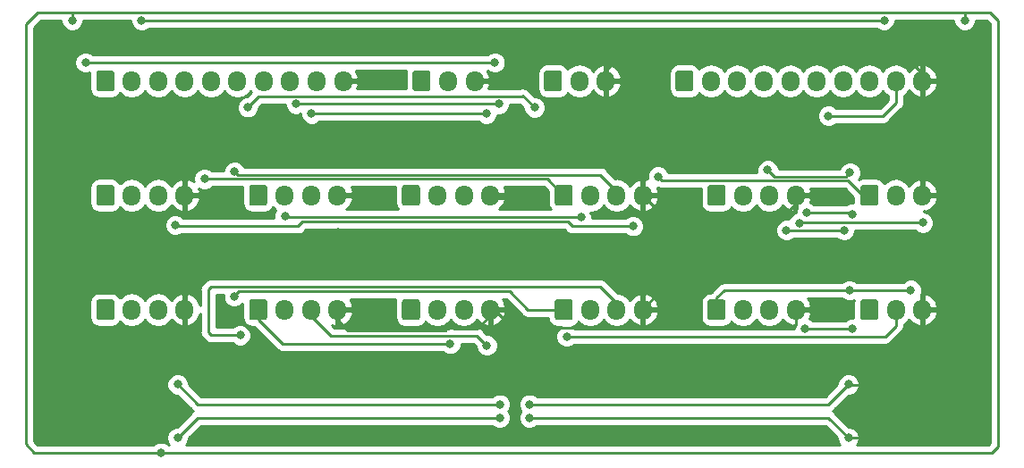
<source format=gbr>
G04 #@! TF.GenerationSoftware,KiCad,Pcbnew,(5.0.1)-3*
G04 #@! TF.CreationDate,2020-04-19T11:49:36-04:00*
G04 #@! TF.ProjectId,frontPanel_100mm,66726F6E7450616E656C5F3130306D6D,rev?*
G04 #@! TF.SameCoordinates,Original*
G04 #@! TF.FileFunction,Copper,L1,Top,Signal*
G04 #@! TF.FilePolarity,Positive*
%FSLAX46Y46*%
G04 Gerber Fmt 4.6, Leading zero omitted, Abs format (unit mm)*
G04 Created by KiCad (PCBNEW (5.0.1)-3) date 4/19/2020 11:49:36 AM*
%MOMM*%
%LPD*%
G01*
G04 APERTURE LIST*
G04 #@! TA.AperFunction,Conductor*
%ADD10C,0.100000*%
G04 #@! TD*
G04 #@! TA.AperFunction,ComponentPad*
%ADD11C,1.700000*%
G04 #@! TD*
G04 #@! TA.AperFunction,ComponentPad*
%ADD12O,1.700000X1.950000*%
G04 #@! TD*
G04 #@! TA.AperFunction,ViaPad*
%ADD13C,0.800000*%
G04 #@! TD*
G04 #@! TA.AperFunction,Conductor*
%ADD14C,0.250000*%
G04 #@! TD*
G04 #@! TA.AperFunction,Conductor*
%ADD15C,0.254000*%
G04 #@! TD*
G04 APERTURE END LIST*
D10*
G04 #@! TO.N,Net-(J3-Pad1)*
G04 #@! TO.C,J3*
G36*
X108774504Y-56176204D02*
X108798773Y-56179804D01*
X108822571Y-56185765D01*
X108845671Y-56194030D01*
X108867849Y-56204520D01*
X108888893Y-56217133D01*
X108908598Y-56231747D01*
X108926777Y-56248223D01*
X108943253Y-56266402D01*
X108957867Y-56286107D01*
X108970480Y-56307151D01*
X108980970Y-56329329D01*
X108989235Y-56352429D01*
X108995196Y-56376227D01*
X108998796Y-56400496D01*
X109000000Y-56425000D01*
X109000000Y-57875000D01*
X108998796Y-57899504D01*
X108995196Y-57923773D01*
X108989235Y-57947571D01*
X108980970Y-57970671D01*
X108970480Y-57992849D01*
X108957867Y-58013893D01*
X108943253Y-58033598D01*
X108926777Y-58051777D01*
X108908598Y-58068253D01*
X108888893Y-58082867D01*
X108867849Y-58095480D01*
X108845671Y-58105970D01*
X108822571Y-58114235D01*
X108798773Y-58120196D01*
X108774504Y-58123796D01*
X108750000Y-58125000D01*
X107550000Y-58125000D01*
X107525496Y-58123796D01*
X107501227Y-58120196D01*
X107477429Y-58114235D01*
X107454329Y-58105970D01*
X107432151Y-58095480D01*
X107411107Y-58082867D01*
X107391402Y-58068253D01*
X107373223Y-58051777D01*
X107356747Y-58033598D01*
X107342133Y-58013893D01*
X107329520Y-57992849D01*
X107319030Y-57970671D01*
X107310765Y-57947571D01*
X107304804Y-57923773D01*
X107301204Y-57899504D01*
X107300000Y-57875000D01*
X107300000Y-56425000D01*
X107301204Y-56400496D01*
X107304804Y-56376227D01*
X107310765Y-56352429D01*
X107319030Y-56329329D01*
X107329520Y-56307151D01*
X107342133Y-56286107D01*
X107356747Y-56266402D01*
X107373223Y-56248223D01*
X107391402Y-56231747D01*
X107411107Y-56217133D01*
X107432151Y-56204520D01*
X107454329Y-56194030D01*
X107477429Y-56185765D01*
X107501227Y-56179804D01*
X107525496Y-56176204D01*
X107550000Y-56175000D01*
X108750000Y-56175000D01*
X108774504Y-56176204D01*
X108774504Y-56176204D01*
G37*
D11*
G04 #@! TD*
G04 #@! TO.P,J3,1*
G04 #@! TO.N,Net-(J3-Pad1)*
X108150000Y-57150000D03*
D12*
G04 #@! TO.P,J3,2*
G04 #@! TO.N,/PB1*
X110650000Y-57150000D03*
G04 #@! TO.P,J3,3*
G04 #@! TO.N,/PB2*
X113150000Y-57150000D03*
G04 #@! TO.P,J3,4*
G04 #@! TO.N,/PB3*
X115650000Y-57150000D03*
G04 #@! TO.P,J3,5*
G04 #@! TO.N,/PB4*
X118150000Y-57150000D03*
G04 #@! TO.P,J3,6*
G04 #@! TO.N,/PB5*
X120650000Y-57150000D03*
G04 #@! TO.P,J3,7*
G04 #@! TO.N,/PB6*
X123150000Y-57150000D03*
G04 #@! TO.P,J3,8*
G04 #@! TO.N,/PB7*
X125650000Y-57150000D03*
G04 #@! TO.P,J3,9*
G04 #@! TO.N,/PB8*
X128150000Y-57150000D03*
G04 #@! TO.P,J3,10*
G04 #@! TO.N,GND*
X130650000Y-57150000D03*
G04 #@! TD*
G04 #@! TO.P,J2,10*
G04 #@! TO.N,GND*
X185480000Y-57150000D03*
G04 #@! TO.P,J2,9*
G04 #@! TO.N,/PA8*
X182980000Y-57150000D03*
G04 #@! TO.P,J2,8*
G04 #@! TO.N,/PA7*
X180480000Y-57150000D03*
G04 #@! TO.P,J2,7*
G04 #@! TO.N,/PA6*
X177980000Y-57150000D03*
G04 #@! TO.P,J2,6*
G04 #@! TO.N,/PA5*
X175480000Y-57150000D03*
G04 #@! TO.P,J2,5*
G04 #@! TO.N,/PA4*
X172980000Y-57150000D03*
G04 #@! TO.P,J2,4*
G04 #@! TO.N,/PA3*
X170480000Y-57150000D03*
G04 #@! TO.P,J2,3*
G04 #@! TO.N,/PA2*
X167980000Y-57150000D03*
G04 #@! TO.P,J2,2*
G04 #@! TO.N,/PA1*
X165480000Y-57150000D03*
D10*
G04 #@! TD*
G04 #@! TO.N,Net-(J2-Pad1)*
G04 #@! TO.C,J2*
G36*
X163604504Y-56176204D02*
X163628773Y-56179804D01*
X163652571Y-56185765D01*
X163675671Y-56194030D01*
X163697849Y-56204520D01*
X163718893Y-56217133D01*
X163738598Y-56231747D01*
X163756777Y-56248223D01*
X163773253Y-56266402D01*
X163787867Y-56286107D01*
X163800480Y-56307151D01*
X163810970Y-56329329D01*
X163819235Y-56352429D01*
X163825196Y-56376227D01*
X163828796Y-56400496D01*
X163830000Y-56425000D01*
X163830000Y-57875000D01*
X163828796Y-57899504D01*
X163825196Y-57923773D01*
X163819235Y-57947571D01*
X163810970Y-57970671D01*
X163800480Y-57992849D01*
X163787867Y-58013893D01*
X163773253Y-58033598D01*
X163756777Y-58051777D01*
X163738598Y-58068253D01*
X163718893Y-58082867D01*
X163697849Y-58095480D01*
X163675671Y-58105970D01*
X163652571Y-58114235D01*
X163628773Y-58120196D01*
X163604504Y-58123796D01*
X163580000Y-58125000D01*
X162380000Y-58125000D01*
X162355496Y-58123796D01*
X162331227Y-58120196D01*
X162307429Y-58114235D01*
X162284329Y-58105970D01*
X162262151Y-58095480D01*
X162241107Y-58082867D01*
X162221402Y-58068253D01*
X162203223Y-58051777D01*
X162186747Y-58033598D01*
X162172133Y-58013893D01*
X162159520Y-57992849D01*
X162149030Y-57970671D01*
X162140765Y-57947571D01*
X162134804Y-57923773D01*
X162131204Y-57899504D01*
X162130000Y-57875000D01*
X162130000Y-56425000D01*
X162131204Y-56400496D01*
X162134804Y-56376227D01*
X162140765Y-56352429D01*
X162149030Y-56329329D01*
X162159520Y-56307151D01*
X162172133Y-56286107D01*
X162186747Y-56266402D01*
X162203223Y-56248223D01*
X162221402Y-56231747D01*
X162241107Y-56217133D01*
X162262151Y-56204520D01*
X162284329Y-56194030D01*
X162307429Y-56185765D01*
X162331227Y-56179804D01*
X162355496Y-56176204D01*
X162380000Y-56175000D01*
X163580000Y-56175000D01*
X163604504Y-56176204D01*
X163604504Y-56176204D01*
G37*
D11*
G04 #@! TO.P,J2,1*
G04 #@! TO.N,Net-(J2-Pad1)*
X162980000Y-57150000D03*
G04 #@! TD*
D10*
G04 #@! TO.N,/AOUT1*
G04 #@! TO.C,J4*
G36*
X152172504Y-77866204D02*
X152196773Y-77869804D01*
X152220571Y-77875765D01*
X152243671Y-77884030D01*
X152265849Y-77894520D01*
X152286893Y-77907133D01*
X152306598Y-77921747D01*
X152324777Y-77938223D01*
X152341253Y-77956402D01*
X152355867Y-77976107D01*
X152368480Y-77997151D01*
X152378970Y-78019329D01*
X152387235Y-78042429D01*
X152393196Y-78066227D01*
X152396796Y-78090496D01*
X152398000Y-78115000D01*
X152398000Y-79565000D01*
X152396796Y-79589504D01*
X152393196Y-79613773D01*
X152387235Y-79637571D01*
X152378970Y-79660671D01*
X152368480Y-79682849D01*
X152355867Y-79703893D01*
X152341253Y-79723598D01*
X152324777Y-79741777D01*
X152306598Y-79758253D01*
X152286893Y-79772867D01*
X152265849Y-79785480D01*
X152243671Y-79795970D01*
X152220571Y-79804235D01*
X152196773Y-79810196D01*
X152172504Y-79813796D01*
X152148000Y-79815000D01*
X150948000Y-79815000D01*
X150923496Y-79813796D01*
X150899227Y-79810196D01*
X150875429Y-79804235D01*
X150852329Y-79795970D01*
X150830151Y-79785480D01*
X150809107Y-79772867D01*
X150789402Y-79758253D01*
X150771223Y-79741777D01*
X150754747Y-79723598D01*
X150740133Y-79703893D01*
X150727520Y-79682849D01*
X150717030Y-79660671D01*
X150708765Y-79637571D01*
X150702804Y-79613773D01*
X150699204Y-79589504D01*
X150698000Y-79565000D01*
X150698000Y-78115000D01*
X150699204Y-78090496D01*
X150702804Y-78066227D01*
X150708765Y-78042429D01*
X150717030Y-78019329D01*
X150727520Y-77997151D01*
X150740133Y-77976107D01*
X150754747Y-77956402D01*
X150771223Y-77938223D01*
X150789402Y-77921747D01*
X150809107Y-77907133D01*
X150830151Y-77894520D01*
X150852329Y-77884030D01*
X150875429Y-77875765D01*
X150899227Y-77869804D01*
X150923496Y-77866204D01*
X150948000Y-77865000D01*
X152148000Y-77865000D01*
X152172504Y-77866204D01*
X152172504Y-77866204D01*
G37*
D11*
G04 #@! TD*
G04 #@! TO.P,J4,1*
G04 #@! TO.N,/AOUT1*
X151548000Y-78840000D03*
D12*
G04 #@! TO.P,J4,2*
G04 #@! TO.N,/AOUT2*
X154048000Y-78840000D03*
G04 #@! TO.P,J4,3*
G04 #@! TO.N,/AOUT3*
X156548000Y-78840000D03*
G04 #@! TO.P,J4,4*
G04 #@! TO.N,GND*
X159048000Y-78840000D03*
G04 #@! TD*
G04 #@! TO.P,J5,4*
G04 #@! TO.N,GND*
X144582000Y-78840000D03*
G04 #@! TO.P,J5,3*
G04 #@! TO.N,/PWM3*
X142082000Y-78840000D03*
G04 #@! TO.P,J5,2*
G04 #@! TO.N,/PWM2*
X139582000Y-78840000D03*
D10*
G04 #@! TD*
G04 #@! TO.N,/PWM1*
G04 #@! TO.C,J5*
G36*
X137706504Y-77866204D02*
X137730773Y-77869804D01*
X137754571Y-77875765D01*
X137777671Y-77884030D01*
X137799849Y-77894520D01*
X137820893Y-77907133D01*
X137840598Y-77921747D01*
X137858777Y-77938223D01*
X137875253Y-77956402D01*
X137889867Y-77976107D01*
X137902480Y-77997151D01*
X137912970Y-78019329D01*
X137921235Y-78042429D01*
X137927196Y-78066227D01*
X137930796Y-78090496D01*
X137932000Y-78115000D01*
X137932000Y-79565000D01*
X137930796Y-79589504D01*
X137927196Y-79613773D01*
X137921235Y-79637571D01*
X137912970Y-79660671D01*
X137902480Y-79682849D01*
X137889867Y-79703893D01*
X137875253Y-79723598D01*
X137858777Y-79741777D01*
X137840598Y-79758253D01*
X137820893Y-79772867D01*
X137799849Y-79785480D01*
X137777671Y-79795970D01*
X137754571Y-79804235D01*
X137730773Y-79810196D01*
X137706504Y-79813796D01*
X137682000Y-79815000D01*
X136482000Y-79815000D01*
X136457496Y-79813796D01*
X136433227Y-79810196D01*
X136409429Y-79804235D01*
X136386329Y-79795970D01*
X136364151Y-79785480D01*
X136343107Y-79772867D01*
X136323402Y-79758253D01*
X136305223Y-79741777D01*
X136288747Y-79723598D01*
X136274133Y-79703893D01*
X136261520Y-79682849D01*
X136251030Y-79660671D01*
X136242765Y-79637571D01*
X136236804Y-79613773D01*
X136233204Y-79589504D01*
X136232000Y-79565000D01*
X136232000Y-78115000D01*
X136233204Y-78090496D01*
X136236804Y-78066227D01*
X136242765Y-78042429D01*
X136251030Y-78019329D01*
X136261520Y-77997151D01*
X136274133Y-77976107D01*
X136288747Y-77956402D01*
X136305223Y-77938223D01*
X136323402Y-77921747D01*
X136343107Y-77907133D01*
X136364151Y-77894520D01*
X136386329Y-77884030D01*
X136409429Y-77875765D01*
X136433227Y-77869804D01*
X136457496Y-77866204D01*
X136482000Y-77865000D01*
X137682000Y-77865000D01*
X137706504Y-77866204D01*
X137706504Y-77866204D01*
G37*
D11*
G04 #@! TO.P,J5,1*
G04 #@! TO.N,/PWM1*
X137082000Y-78840000D03*
G04 #@! TD*
D10*
G04 #@! TO.N,/AV+*
G04 #@! TO.C,J6*
G36*
X123240504Y-77866204D02*
X123264773Y-77869804D01*
X123288571Y-77875765D01*
X123311671Y-77884030D01*
X123333849Y-77894520D01*
X123354893Y-77907133D01*
X123374598Y-77921747D01*
X123392777Y-77938223D01*
X123409253Y-77956402D01*
X123423867Y-77976107D01*
X123436480Y-77997151D01*
X123446970Y-78019329D01*
X123455235Y-78042429D01*
X123461196Y-78066227D01*
X123464796Y-78090496D01*
X123466000Y-78115000D01*
X123466000Y-79565000D01*
X123464796Y-79589504D01*
X123461196Y-79613773D01*
X123455235Y-79637571D01*
X123446970Y-79660671D01*
X123436480Y-79682849D01*
X123423867Y-79703893D01*
X123409253Y-79723598D01*
X123392777Y-79741777D01*
X123374598Y-79758253D01*
X123354893Y-79772867D01*
X123333849Y-79785480D01*
X123311671Y-79795970D01*
X123288571Y-79804235D01*
X123264773Y-79810196D01*
X123240504Y-79813796D01*
X123216000Y-79815000D01*
X122016000Y-79815000D01*
X121991496Y-79813796D01*
X121967227Y-79810196D01*
X121943429Y-79804235D01*
X121920329Y-79795970D01*
X121898151Y-79785480D01*
X121877107Y-79772867D01*
X121857402Y-79758253D01*
X121839223Y-79741777D01*
X121822747Y-79723598D01*
X121808133Y-79703893D01*
X121795520Y-79682849D01*
X121785030Y-79660671D01*
X121776765Y-79637571D01*
X121770804Y-79613773D01*
X121767204Y-79589504D01*
X121766000Y-79565000D01*
X121766000Y-78115000D01*
X121767204Y-78090496D01*
X121770804Y-78066227D01*
X121776765Y-78042429D01*
X121785030Y-78019329D01*
X121795520Y-77997151D01*
X121808133Y-77976107D01*
X121822747Y-77956402D01*
X121839223Y-77938223D01*
X121857402Y-77921747D01*
X121877107Y-77907133D01*
X121898151Y-77894520D01*
X121920329Y-77884030D01*
X121943429Y-77875765D01*
X121967227Y-77869804D01*
X121991496Y-77866204D01*
X122016000Y-77865000D01*
X123216000Y-77865000D01*
X123240504Y-77866204D01*
X123240504Y-77866204D01*
G37*
D11*
G04 #@! TD*
G04 #@! TO.P,J6,1*
G04 #@! TO.N,/AV+*
X122616000Y-78840000D03*
D12*
G04 #@! TO.P,J6,2*
G04 #@! TO.N,/AIN1*
X125116000Y-78840000D03*
G04 #@! TO.P,J6,3*
G04 #@! TO.N,/AIN2*
X127616000Y-78840000D03*
G04 #@! TO.P,J6,4*
G04 #@! TO.N,GND*
X130116000Y-78840000D03*
G04 #@! TD*
G04 #@! TO.P,J7,4*
G04 #@! TO.N,GND*
X173514000Y-67995000D03*
G04 #@! TO.P,J7,3*
G04 #@! TO.N,Net-(J7-Pad3)*
X171014000Y-67995000D03*
G04 #@! TO.P,J7,2*
G04 #@! TO.N,/ATO1*
X168514000Y-67995000D03*
D10*
G04 #@! TD*
G04 #@! TO.N,/5v*
G04 #@! TO.C,J7*
G36*
X166638504Y-67021204D02*
X166662773Y-67024804D01*
X166686571Y-67030765D01*
X166709671Y-67039030D01*
X166731849Y-67049520D01*
X166752893Y-67062133D01*
X166772598Y-67076747D01*
X166790777Y-67093223D01*
X166807253Y-67111402D01*
X166821867Y-67131107D01*
X166834480Y-67152151D01*
X166844970Y-67174329D01*
X166853235Y-67197429D01*
X166859196Y-67221227D01*
X166862796Y-67245496D01*
X166864000Y-67270000D01*
X166864000Y-68720000D01*
X166862796Y-68744504D01*
X166859196Y-68768773D01*
X166853235Y-68792571D01*
X166844970Y-68815671D01*
X166834480Y-68837849D01*
X166821867Y-68858893D01*
X166807253Y-68878598D01*
X166790777Y-68896777D01*
X166772598Y-68913253D01*
X166752893Y-68927867D01*
X166731849Y-68940480D01*
X166709671Y-68950970D01*
X166686571Y-68959235D01*
X166662773Y-68965196D01*
X166638504Y-68968796D01*
X166614000Y-68970000D01*
X165414000Y-68970000D01*
X165389496Y-68968796D01*
X165365227Y-68965196D01*
X165341429Y-68959235D01*
X165318329Y-68950970D01*
X165296151Y-68940480D01*
X165275107Y-68927867D01*
X165255402Y-68913253D01*
X165237223Y-68896777D01*
X165220747Y-68878598D01*
X165206133Y-68858893D01*
X165193520Y-68837849D01*
X165183030Y-68815671D01*
X165174765Y-68792571D01*
X165168804Y-68768773D01*
X165165204Y-68744504D01*
X165164000Y-68720000D01*
X165164000Y-67270000D01*
X165165204Y-67245496D01*
X165168804Y-67221227D01*
X165174765Y-67197429D01*
X165183030Y-67174329D01*
X165193520Y-67152151D01*
X165206133Y-67131107D01*
X165220747Y-67111402D01*
X165237223Y-67093223D01*
X165255402Y-67076747D01*
X165275107Y-67062133D01*
X165296151Y-67049520D01*
X165318329Y-67039030D01*
X165341429Y-67030765D01*
X165365227Y-67024804D01*
X165389496Y-67021204D01*
X165414000Y-67020000D01*
X166614000Y-67020000D01*
X166638504Y-67021204D01*
X166638504Y-67021204D01*
G37*
D11*
G04 #@! TO.P,J7,1*
G04 #@! TO.N,/5v*
X166014000Y-67995000D03*
G04 #@! TD*
D10*
G04 #@! TO.N,/AOUT4*
G04 #@! TO.C,J8*
G36*
X152172504Y-67021204D02*
X152196773Y-67024804D01*
X152220571Y-67030765D01*
X152243671Y-67039030D01*
X152265849Y-67049520D01*
X152286893Y-67062133D01*
X152306598Y-67076747D01*
X152324777Y-67093223D01*
X152341253Y-67111402D01*
X152355867Y-67131107D01*
X152368480Y-67152151D01*
X152378970Y-67174329D01*
X152387235Y-67197429D01*
X152393196Y-67221227D01*
X152396796Y-67245496D01*
X152398000Y-67270000D01*
X152398000Y-68720000D01*
X152396796Y-68744504D01*
X152393196Y-68768773D01*
X152387235Y-68792571D01*
X152378970Y-68815671D01*
X152368480Y-68837849D01*
X152355867Y-68858893D01*
X152341253Y-68878598D01*
X152324777Y-68896777D01*
X152306598Y-68913253D01*
X152286893Y-68927867D01*
X152265849Y-68940480D01*
X152243671Y-68950970D01*
X152220571Y-68959235D01*
X152196773Y-68965196D01*
X152172504Y-68968796D01*
X152148000Y-68970000D01*
X150948000Y-68970000D01*
X150923496Y-68968796D01*
X150899227Y-68965196D01*
X150875429Y-68959235D01*
X150852329Y-68950970D01*
X150830151Y-68940480D01*
X150809107Y-68927867D01*
X150789402Y-68913253D01*
X150771223Y-68896777D01*
X150754747Y-68878598D01*
X150740133Y-68858893D01*
X150727520Y-68837849D01*
X150717030Y-68815671D01*
X150708765Y-68792571D01*
X150702804Y-68768773D01*
X150699204Y-68744504D01*
X150698000Y-68720000D01*
X150698000Y-67270000D01*
X150699204Y-67245496D01*
X150702804Y-67221227D01*
X150708765Y-67197429D01*
X150717030Y-67174329D01*
X150727520Y-67152151D01*
X150740133Y-67131107D01*
X150754747Y-67111402D01*
X150771223Y-67093223D01*
X150789402Y-67076747D01*
X150809107Y-67062133D01*
X150830151Y-67049520D01*
X150852329Y-67039030D01*
X150875429Y-67030765D01*
X150899227Y-67024804D01*
X150923496Y-67021204D01*
X150948000Y-67020000D01*
X152148000Y-67020000D01*
X152172504Y-67021204D01*
X152172504Y-67021204D01*
G37*
D11*
G04 #@! TD*
G04 #@! TO.P,J8,1*
G04 #@! TO.N,/AOUT4*
X151548000Y-67995000D03*
D12*
G04 #@! TO.P,J8,2*
G04 #@! TO.N,/AOUT5*
X154048000Y-67995000D03*
G04 #@! TO.P,J8,3*
G04 #@! TO.N,/AOUT6*
X156548000Y-67995000D03*
G04 #@! TO.P,J8,4*
G04 #@! TO.N,GND*
X159048000Y-67995000D03*
G04 #@! TD*
G04 #@! TO.P,J9,4*
G04 #@! TO.N,GND*
X144582000Y-67995000D03*
G04 #@! TO.P,J9,3*
G04 #@! TO.N,/PWM6*
X142082000Y-67995000D03*
G04 #@! TO.P,J9,2*
G04 #@! TO.N,/PWM5*
X139582000Y-67995000D03*
D10*
G04 #@! TD*
G04 #@! TO.N,/PWM4*
G04 #@! TO.C,J9*
G36*
X137706504Y-67021204D02*
X137730773Y-67024804D01*
X137754571Y-67030765D01*
X137777671Y-67039030D01*
X137799849Y-67049520D01*
X137820893Y-67062133D01*
X137840598Y-67076747D01*
X137858777Y-67093223D01*
X137875253Y-67111402D01*
X137889867Y-67131107D01*
X137902480Y-67152151D01*
X137912970Y-67174329D01*
X137921235Y-67197429D01*
X137927196Y-67221227D01*
X137930796Y-67245496D01*
X137932000Y-67270000D01*
X137932000Y-68720000D01*
X137930796Y-68744504D01*
X137927196Y-68768773D01*
X137921235Y-68792571D01*
X137912970Y-68815671D01*
X137902480Y-68837849D01*
X137889867Y-68858893D01*
X137875253Y-68878598D01*
X137858777Y-68896777D01*
X137840598Y-68913253D01*
X137820893Y-68927867D01*
X137799849Y-68940480D01*
X137777671Y-68950970D01*
X137754571Y-68959235D01*
X137730773Y-68965196D01*
X137706504Y-68968796D01*
X137682000Y-68970000D01*
X136482000Y-68970000D01*
X136457496Y-68968796D01*
X136433227Y-68965196D01*
X136409429Y-68959235D01*
X136386329Y-68950970D01*
X136364151Y-68940480D01*
X136343107Y-68927867D01*
X136323402Y-68913253D01*
X136305223Y-68896777D01*
X136288747Y-68878598D01*
X136274133Y-68858893D01*
X136261520Y-68837849D01*
X136251030Y-68815671D01*
X136242765Y-68792571D01*
X136236804Y-68768773D01*
X136233204Y-68744504D01*
X136232000Y-68720000D01*
X136232000Y-67270000D01*
X136233204Y-67245496D01*
X136236804Y-67221227D01*
X136242765Y-67197429D01*
X136251030Y-67174329D01*
X136261520Y-67152151D01*
X136274133Y-67131107D01*
X136288747Y-67111402D01*
X136305223Y-67093223D01*
X136323402Y-67076747D01*
X136343107Y-67062133D01*
X136364151Y-67049520D01*
X136386329Y-67039030D01*
X136409429Y-67030765D01*
X136433227Y-67024804D01*
X136457496Y-67021204D01*
X136482000Y-67020000D01*
X137682000Y-67020000D01*
X137706504Y-67021204D01*
X137706504Y-67021204D01*
G37*
D11*
G04 #@! TO.P,J9,1*
G04 #@! TO.N,/PWM4*
X137082000Y-67995000D03*
G04 #@! TD*
D10*
G04 #@! TO.N,/AV+*
G04 #@! TO.C,J10*
G36*
X123240504Y-67021204D02*
X123264773Y-67024804D01*
X123288571Y-67030765D01*
X123311671Y-67039030D01*
X123333849Y-67049520D01*
X123354893Y-67062133D01*
X123374598Y-67076747D01*
X123392777Y-67093223D01*
X123409253Y-67111402D01*
X123423867Y-67131107D01*
X123436480Y-67152151D01*
X123446970Y-67174329D01*
X123455235Y-67197429D01*
X123461196Y-67221227D01*
X123464796Y-67245496D01*
X123466000Y-67270000D01*
X123466000Y-68720000D01*
X123464796Y-68744504D01*
X123461196Y-68768773D01*
X123455235Y-68792571D01*
X123446970Y-68815671D01*
X123436480Y-68837849D01*
X123423867Y-68858893D01*
X123409253Y-68878598D01*
X123392777Y-68896777D01*
X123374598Y-68913253D01*
X123354893Y-68927867D01*
X123333849Y-68940480D01*
X123311671Y-68950970D01*
X123288571Y-68959235D01*
X123264773Y-68965196D01*
X123240504Y-68968796D01*
X123216000Y-68970000D01*
X122016000Y-68970000D01*
X121991496Y-68968796D01*
X121967227Y-68965196D01*
X121943429Y-68959235D01*
X121920329Y-68950970D01*
X121898151Y-68940480D01*
X121877107Y-68927867D01*
X121857402Y-68913253D01*
X121839223Y-68896777D01*
X121822747Y-68878598D01*
X121808133Y-68858893D01*
X121795520Y-68837849D01*
X121785030Y-68815671D01*
X121776765Y-68792571D01*
X121770804Y-68768773D01*
X121767204Y-68744504D01*
X121766000Y-68720000D01*
X121766000Y-67270000D01*
X121767204Y-67245496D01*
X121770804Y-67221227D01*
X121776765Y-67197429D01*
X121785030Y-67174329D01*
X121795520Y-67152151D01*
X121808133Y-67131107D01*
X121822747Y-67111402D01*
X121839223Y-67093223D01*
X121857402Y-67076747D01*
X121877107Y-67062133D01*
X121898151Y-67049520D01*
X121920329Y-67039030D01*
X121943429Y-67030765D01*
X121967227Y-67024804D01*
X121991496Y-67021204D01*
X122016000Y-67020000D01*
X123216000Y-67020000D01*
X123240504Y-67021204D01*
X123240504Y-67021204D01*
G37*
D11*
G04 #@! TD*
G04 #@! TO.P,J10,1*
G04 #@! TO.N,/AV+*
X122616000Y-67995000D03*
D12*
G04 #@! TO.P,J10,2*
G04 #@! TO.N,/AIN3*
X125116000Y-67995000D03*
G04 #@! TO.P,J10,3*
G04 #@! TO.N,/AIN4*
X127616000Y-67995000D03*
G04 #@! TO.P,J10,4*
G04 #@! TO.N,GND*
X130116000Y-67995000D03*
G04 #@! TD*
G04 #@! TO.P,J11,4*
G04 #@! TO.N,GND*
X173514000Y-78840000D03*
G04 #@! TO.P,J11,3*
G04 #@! TO.N,Net-(J11-Pad3)*
X171014000Y-78840000D03*
G04 #@! TO.P,J11,2*
G04 #@! TO.N,/ATO2*
X168514000Y-78840000D03*
D10*
G04 #@! TD*
G04 #@! TO.N,/5v*
G04 #@! TO.C,J11*
G36*
X166638504Y-77866204D02*
X166662773Y-77869804D01*
X166686571Y-77875765D01*
X166709671Y-77884030D01*
X166731849Y-77894520D01*
X166752893Y-77907133D01*
X166772598Y-77921747D01*
X166790777Y-77938223D01*
X166807253Y-77956402D01*
X166821867Y-77976107D01*
X166834480Y-77997151D01*
X166844970Y-78019329D01*
X166853235Y-78042429D01*
X166859196Y-78066227D01*
X166862796Y-78090496D01*
X166864000Y-78115000D01*
X166864000Y-79565000D01*
X166862796Y-79589504D01*
X166859196Y-79613773D01*
X166853235Y-79637571D01*
X166844970Y-79660671D01*
X166834480Y-79682849D01*
X166821867Y-79703893D01*
X166807253Y-79723598D01*
X166790777Y-79741777D01*
X166772598Y-79758253D01*
X166752893Y-79772867D01*
X166731849Y-79785480D01*
X166709671Y-79795970D01*
X166686571Y-79804235D01*
X166662773Y-79810196D01*
X166638504Y-79813796D01*
X166614000Y-79815000D01*
X165414000Y-79815000D01*
X165389496Y-79813796D01*
X165365227Y-79810196D01*
X165341429Y-79804235D01*
X165318329Y-79795970D01*
X165296151Y-79785480D01*
X165275107Y-79772867D01*
X165255402Y-79758253D01*
X165237223Y-79741777D01*
X165220747Y-79723598D01*
X165206133Y-79703893D01*
X165193520Y-79682849D01*
X165183030Y-79660671D01*
X165174765Y-79637571D01*
X165168804Y-79613773D01*
X165165204Y-79589504D01*
X165164000Y-79565000D01*
X165164000Y-78115000D01*
X165165204Y-78090496D01*
X165168804Y-78066227D01*
X165174765Y-78042429D01*
X165183030Y-78019329D01*
X165193520Y-77997151D01*
X165206133Y-77976107D01*
X165220747Y-77956402D01*
X165237223Y-77938223D01*
X165255402Y-77921747D01*
X165275107Y-77907133D01*
X165296151Y-77894520D01*
X165318329Y-77884030D01*
X165341429Y-77875765D01*
X165365227Y-77869804D01*
X165389496Y-77866204D01*
X165414000Y-77865000D01*
X166614000Y-77865000D01*
X166638504Y-77866204D01*
X166638504Y-77866204D01*
G37*
D11*
G04 #@! TO.P,J11,1*
G04 #@! TO.N,/5v*
X166014000Y-78840000D03*
G04 #@! TD*
D10*
G04 #@! TO.N,/5v*
G04 #@! TO.C,J14*
G36*
X108774504Y-77866204D02*
X108798773Y-77869804D01*
X108822571Y-77875765D01*
X108845671Y-77884030D01*
X108867849Y-77894520D01*
X108888893Y-77907133D01*
X108908598Y-77921747D01*
X108926777Y-77938223D01*
X108943253Y-77956402D01*
X108957867Y-77976107D01*
X108970480Y-77997151D01*
X108980970Y-78019329D01*
X108989235Y-78042429D01*
X108995196Y-78066227D01*
X108998796Y-78090496D01*
X109000000Y-78115000D01*
X109000000Y-79565000D01*
X108998796Y-79589504D01*
X108995196Y-79613773D01*
X108989235Y-79637571D01*
X108980970Y-79660671D01*
X108970480Y-79682849D01*
X108957867Y-79703893D01*
X108943253Y-79723598D01*
X108926777Y-79741777D01*
X108908598Y-79758253D01*
X108888893Y-79772867D01*
X108867849Y-79785480D01*
X108845671Y-79795970D01*
X108822571Y-79804235D01*
X108798773Y-79810196D01*
X108774504Y-79813796D01*
X108750000Y-79815000D01*
X107550000Y-79815000D01*
X107525496Y-79813796D01*
X107501227Y-79810196D01*
X107477429Y-79804235D01*
X107454329Y-79795970D01*
X107432151Y-79785480D01*
X107411107Y-79772867D01*
X107391402Y-79758253D01*
X107373223Y-79741777D01*
X107356747Y-79723598D01*
X107342133Y-79703893D01*
X107329520Y-79682849D01*
X107319030Y-79660671D01*
X107310765Y-79637571D01*
X107304804Y-79613773D01*
X107301204Y-79589504D01*
X107300000Y-79565000D01*
X107300000Y-78115000D01*
X107301204Y-78090496D01*
X107304804Y-78066227D01*
X107310765Y-78042429D01*
X107319030Y-78019329D01*
X107329520Y-77997151D01*
X107342133Y-77976107D01*
X107356747Y-77956402D01*
X107373223Y-77938223D01*
X107391402Y-77921747D01*
X107411107Y-77907133D01*
X107432151Y-77894520D01*
X107454329Y-77884030D01*
X107477429Y-77875765D01*
X107501227Y-77869804D01*
X107525496Y-77866204D01*
X107550000Y-77865000D01*
X108750000Y-77865000D01*
X108774504Y-77866204D01*
X108774504Y-77866204D01*
G37*
D11*
G04 #@! TD*
G04 #@! TO.P,J14,1*
G04 #@! TO.N,/5v*
X108150000Y-78840000D03*
D12*
G04 #@! TO.P,J14,2*
G04 #@! TO.N,/SCL*
X110650000Y-78840000D03*
G04 #@! TO.P,J14,3*
G04 #@! TO.N,/SDA*
X113150000Y-78840000D03*
G04 #@! TO.P,J14,4*
G04 #@! TO.N,GND*
X115650000Y-78840000D03*
G04 #@! TD*
G04 #@! TO.P,J16,4*
G04 #@! TO.N,GND*
X115650000Y-67995000D03*
G04 #@! TO.P,J16,3*
G04 #@! TO.N,/SDA*
X113150000Y-67995000D03*
G04 #@! TO.P,J16,2*
G04 #@! TO.N,/SCL*
X110650000Y-67995000D03*
D10*
G04 #@! TD*
G04 #@! TO.N,/5v*
G04 #@! TO.C,J16*
G36*
X108774504Y-67021204D02*
X108798773Y-67024804D01*
X108822571Y-67030765D01*
X108845671Y-67039030D01*
X108867849Y-67049520D01*
X108888893Y-67062133D01*
X108908598Y-67076747D01*
X108926777Y-67093223D01*
X108943253Y-67111402D01*
X108957867Y-67131107D01*
X108970480Y-67152151D01*
X108980970Y-67174329D01*
X108989235Y-67197429D01*
X108995196Y-67221227D01*
X108998796Y-67245496D01*
X109000000Y-67270000D01*
X109000000Y-68720000D01*
X108998796Y-68744504D01*
X108995196Y-68768773D01*
X108989235Y-68792571D01*
X108980970Y-68815671D01*
X108970480Y-68837849D01*
X108957867Y-68858893D01*
X108943253Y-68878598D01*
X108926777Y-68896777D01*
X108908598Y-68913253D01*
X108888893Y-68927867D01*
X108867849Y-68940480D01*
X108845671Y-68950970D01*
X108822571Y-68959235D01*
X108798773Y-68965196D01*
X108774504Y-68968796D01*
X108750000Y-68970000D01*
X107550000Y-68970000D01*
X107525496Y-68968796D01*
X107501227Y-68965196D01*
X107477429Y-68959235D01*
X107454329Y-68950970D01*
X107432151Y-68940480D01*
X107411107Y-68927867D01*
X107391402Y-68913253D01*
X107373223Y-68896777D01*
X107356747Y-68878598D01*
X107342133Y-68858893D01*
X107329520Y-68837849D01*
X107319030Y-68815671D01*
X107310765Y-68792571D01*
X107304804Y-68768773D01*
X107301204Y-68744504D01*
X107300000Y-68720000D01*
X107300000Y-67270000D01*
X107301204Y-67245496D01*
X107304804Y-67221227D01*
X107310765Y-67197429D01*
X107319030Y-67174329D01*
X107329520Y-67152151D01*
X107342133Y-67131107D01*
X107356747Y-67111402D01*
X107373223Y-67093223D01*
X107391402Y-67076747D01*
X107411107Y-67062133D01*
X107432151Y-67049520D01*
X107454329Y-67039030D01*
X107477429Y-67030765D01*
X107501227Y-67024804D01*
X107525496Y-67021204D01*
X107550000Y-67020000D01*
X108750000Y-67020000D01*
X108774504Y-67021204D01*
X108774504Y-67021204D01*
G37*
D11*
G04 #@! TO.P,J16,1*
G04 #@! TO.N,/5v*
X108150000Y-67995000D03*
G04 #@! TD*
D10*
G04 #@! TO.N,/PWM7*
G04 #@! TO.C,J12*
G36*
X138717837Y-56176204D02*
X138742106Y-56179804D01*
X138765904Y-56185765D01*
X138789004Y-56194030D01*
X138811182Y-56204520D01*
X138832226Y-56217133D01*
X138851931Y-56231747D01*
X138870110Y-56248223D01*
X138886586Y-56266402D01*
X138901200Y-56286107D01*
X138913813Y-56307151D01*
X138924303Y-56329329D01*
X138932568Y-56352429D01*
X138938529Y-56376227D01*
X138942129Y-56400496D01*
X138943333Y-56425000D01*
X138943333Y-57875000D01*
X138942129Y-57899504D01*
X138938529Y-57923773D01*
X138932568Y-57947571D01*
X138924303Y-57970671D01*
X138913813Y-57992849D01*
X138901200Y-58013893D01*
X138886586Y-58033598D01*
X138870110Y-58051777D01*
X138851931Y-58068253D01*
X138832226Y-58082867D01*
X138811182Y-58095480D01*
X138789004Y-58105970D01*
X138765904Y-58114235D01*
X138742106Y-58120196D01*
X138717837Y-58123796D01*
X138693333Y-58125000D01*
X137493333Y-58125000D01*
X137468829Y-58123796D01*
X137444560Y-58120196D01*
X137420762Y-58114235D01*
X137397662Y-58105970D01*
X137375484Y-58095480D01*
X137354440Y-58082867D01*
X137334735Y-58068253D01*
X137316556Y-58051777D01*
X137300080Y-58033598D01*
X137285466Y-58013893D01*
X137272853Y-57992849D01*
X137262363Y-57970671D01*
X137254098Y-57947571D01*
X137248137Y-57923773D01*
X137244537Y-57899504D01*
X137243333Y-57875000D01*
X137243333Y-56425000D01*
X137244537Y-56400496D01*
X137248137Y-56376227D01*
X137254098Y-56352429D01*
X137262363Y-56329329D01*
X137272853Y-56307151D01*
X137285466Y-56286107D01*
X137300080Y-56266402D01*
X137316556Y-56248223D01*
X137334735Y-56231747D01*
X137354440Y-56217133D01*
X137375484Y-56204520D01*
X137397662Y-56194030D01*
X137420762Y-56185765D01*
X137444560Y-56179804D01*
X137468829Y-56176204D01*
X137493333Y-56175000D01*
X138693333Y-56175000D01*
X138717837Y-56176204D01*
X138717837Y-56176204D01*
G37*
D11*
G04 #@! TD*
G04 #@! TO.P,J12,1*
G04 #@! TO.N,/PWM7*
X138093333Y-57150000D03*
D12*
G04 #@! TO.P,J12,2*
G04 #@! TO.N,/PWM8*
X140593333Y-57150000D03*
G04 #@! TO.P,J12,3*
G04 #@! TO.N,GND*
X143093333Y-57150000D03*
G04 #@! TD*
G04 #@! TO.P,J13,3*
G04 #@! TO.N,GND*
X155536666Y-57150000D03*
G04 #@! TO.P,J13,2*
G04 #@! TO.N,/AOUT8*
X153036666Y-57150000D03*
D10*
G04 #@! TD*
G04 #@! TO.N,/AOUT7*
G04 #@! TO.C,J13*
G36*
X151161170Y-56176204D02*
X151185439Y-56179804D01*
X151209237Y-56185765D01*
X151232337Y-56194030D01*
X151254515Y-56204520D01*
X151275559Y-56217133D01*
X151295264Y-56231747D01*
X151313443Y-56248223D01*
X151329919Y-56266402D01*
X151344533Y-56286107D01*
X151357146Y-56307151D01*
X151367636Y-56329329D01*
X151375901Y-56352429D01*
X151381862Y-56376227D01*
X151385462Y-56400496D01*
X151386666Y-56425000D01*
X151386666Y-57875000D01*
X151385462Y-57899504D01*
X151381862Y-57923773D01*
X151375901Y-57947571D01*
X151367636Y-57970671D01*
X151357146Y-57992849D01*
X151344533Y-58013893D01*
X151329919Y-58033598D01*
X151313443Y-58051777D01*
X151295264Y-58068253D01*
X151275559Y-58082867D01*
X151254515Y-58095480D01*
X151232337Y-58105970D01*
X151209237Y-58114235D01*
X151185439Y-58120196D01*
X151161170Y-58123796D01*
X151136666Y-58125000D01*
X149936666Y-58125000D01*
X149912162Y-58123796D01*
X149887893Y-58120196D01*
X149864095Y-58114235D01*
X149840995Y-58105970D01*
X149818817Y-58095480D01*
X149797773Y-58082867D01*
X149778068Y-58068253D01*
X149759889Y-58051777D01*
X149743413Y-58033598D01*
X149728799Y-58013893D01*
X149716186Y-57992849D01*
X149705696Y-57970671D01*
X149697431Y-57947571D01*
X149691470Y-57923773D01*
X149687870Y-57899504D01*
X149686666Y-57875000D01*
X149686666Y-56425000D01*
X149687870Y-56400496D01*
X149691470Y-56376227D01*
X149697431Y-56352429D01*
X149705696Y-56329329D01*
X149716186Y-56307151D01*
X149728799Y-56286107D01*
X149743413Y-56266402D01*
X149759889Y-56248223D01*
X149778068Y-56231747D01*
X149797773Y-56217133D01*
X149818817Y-56204520D01*
X149840995Y-56194030D01*
X149864095Y-56185765D01*
X149887893Y-56179804D01*
X149912162Y-56176204D01*
X149936666Y-56175000D01*
X151136666Y-56175000D01*
X151161170Y-56176204D01*
X151161170Y-56176204D01*
G37*
D11*
G04 #@! TO.P,J13,1*
G04 #@! TO.N,/AOUT7*
X150536666Y-57150000D03*
G04 #@! TD*
D12*
G04 #@! TO.P,J15,3*
G04 #@! TO.N,GND*
X185480000Y-78840000D03*
G04 #@! TO.P,J15,2*
G04 #@! TO.N,/1WIRE*
X182980000Y-78840000D03*
D10*
G04 #@! TD*
G04 #@! TO.N,/3v3*
G04 #@! TO.C,J15*
G36*
X181104504Y-77866204D02*
X181128773Y-77869804D01*
X181152571Y-77875765D01*
X181175671Y-77884030D01*
X181197849Y-77894520D01*
X181218893Y-77907133D01*
X181238598Y-77921747D01*
X181256777Y-77938223D01*
X181273253Y-77956402D01*
X181287867Y-77976107D01*
X181300480Y-77997151D01*
X181310970Y-78019329D01*
X181319235Y-78042429D01*
X181325196Y-78066227D01*
X181328796Y-78090496D01*
X181330000Y-78115000D01*
X181330000Y-79565000D01*
X181328796Y-79589504D01*
X181325196Y-79613773D01*
X181319235Y-79637571D01*
X181310970Y-79660671D01*
X181300480Y-79682849D01*
X181287867Y-79703893D01*
X181273253Y-79723598D01*
X181256777Y-79741777D01*
X181238598Y-79758253D01*
X181218893Y-79772867D01*
X181197849Y-79785480D01*
X181175671Y-79795970D01*
X181152571Y-79804235D01*
X181128773Y-79810196D01*
X181104504Y-79813796D01*
X181080000Y-79815000D01*
X179880000Y-79815000D01*
X179855496Y-79813796D01*
X179831227Y-79810196D01*
X179807429Y-79804235D01*
X179784329Y-79795970D01*
X179762151Y-79785480D01*
X179741107Y-79772867D01*
X179721402Y-79758253D01*
X179703223Y-79741777D01*
X179686747Y-79723598D01*
X179672133Y-79703893D01*
X179659520Y-79682849D01*
X179649030Y-79660671D01*
X179640765Y-79637571D01*
X179634804Y-79613773D01*
X179631204Y-79589504D01*
X179630000Y-79565000D01*
X179630000Y-78115000D01*
X179631204Y-78090496D01*
X179634804Y-78066227D01*
X179640765Y-78042429D01*
X179649030Y-78019329D01*
X179659520Y-77997151D01*
X179672133Y-77976107D01*
X179686747Y-77956402D01*
X179703223Y-77938223D01*
X179721402Y-77921747D01*
X179741107Y-77907133D01*
X179762151Y-77894520D01*
X179784329Y-77884030D01*
X179807429Y-77875765D01*
X179831227Y-77869804D01*
X179855496Y-77866204D01*
X179880000Y-77865000D01*
X181080000Y-77865000D01*
X181104504Y-77866204D01*
X181104504Y-77866204D01*
G37*
D11*
G04 #@! TO.P,J15,1*
G04 #@! TO.N,/3v3*
X180480000Y-78840000D03*
G04 #@! TD*
D10*
G04 #@! TO.N,/3v3*
G04 #@! TO.C,J17*
G36*
X181104504Y-67021204D02*
X181128773Y-67024804D01*
X181152571Y-67030765D01*
X181175671Y-67039030D01*
X181197849Y-67049520D01*
X181218893Y-67062133D01*
X181238598Y-67076747D01*
X181256777Y-67093223D01*
X181273253Y-67111402D01*
X181287867Y-67131107D01*
X181300480Y-67152151D01*
X181310970Y-67174329D01*
X181319235Y-67197429D01*
X181325196Y-67221227D01*
X181328796Y-67245496D01*
X181330000Y-67270000D01*
X181330000Y-68720000D01*
X181328796Y-68744504D01*
X181325196Y-68768773D01*
X181319235Y-68792571D01*
X181310970Y-68815671D01*
X181300480Y-68837849D01*
X181287867Y-68858893D01*
X181273253Y-68878598D01*
X181256777Y-68896777D01*
X181238598Y-68913253D01*
X181218893Y-68927867D01*
X181197849Y-68940480D01*
X181175671Y-68950970D01*
X181152571Y-68959235D01*
X181128773Y-68965196D01*
X181104504Y-68968796D01*
X181080000Y-68970000D01*
X179880000Y-68970000D01*
X179855496Y-68968796D01*
X179831227Y-68965196D01*
X179807429Y-68959235D01*
X179784329Y-68950970D01*
X179762151Y-68940480D01*
X179741107Y-68927867D01*
X179721402Y-68913253D01*
X179703223Y-68896777D01*
X179686747Y-68878598D01*
X179672133Y-68858893D01*
X179659520Y-68837849D01*
X179649030Y-68815671D01*
X179640765Y-68792571D01*
X179634804Y-68768773D01*
X179631204Y-68744504D01*
X179630000Y-68720000D01*
X179630000Y-67270000D01*
X179631204Y-67245496D01*
X179634804Y-67221227D01*
X179640765Y-67197429D01*
X179649030Y-67174329D01*
X179659520Y-67152151D01*
X179672133Y-67131107D01*
X179686747Y-67111402D01*
X179703223Y-67093223D01*
X179721402Y-67076747D01*
X179741107Y-67062133D01*
X179762151Y-67049520D01*
X179784329Y-67039030D01*
X179807429Y-67030765D01*
X179831227Y-67024804D01*
X179855496Y-67021204D01*
X179880000Y-67020000D01*
X181080000Y-67020000D01*
X181104504Y-67021204D01*
X181104504Y-67021204D01*
G37*
D11*
G04 #@! TD*
G04 #@! TO.P,J17,1*
G04 #@! TO.N,/3v3*
X180480000Y-67995000D03*
D12*
G04 #@! TO.P,J17,2*
G04 #@! TO.N,/1WIRE*
X182980000Y-67995000D03*
G04 #@! TO.P,J17,3*
G04 #@! TO.N,GND*
X185480000Y-67995000D03*
G04 #@! TD*
D13*
G04 #@! TO.N,/3v3*
X105010000Y-51390000D03*
X189500000Y-51390000D03*
X106270000Y-55410000D03*
X160470000Y-66210000D03*
X145010000Y-55410000D03*
X113400000Y-92390000D03*
G04 #@! TO.N,/AOUT2*
X114760000Y-70820000D03*
X158090000Y-70920000D03*
G04 #@! TO.N,/AOUT1*
X120340000Y-77600000D03*
G04 #@! TO.N,/AOUT4*
X117540000Y-66440000D03*
G04 #@! TO.N,/AOUT3*
X120910000Y-81270000D03*
G04 #@! TO.N,/AOUT6*
X120370000Y-65730000D03*
G04 #@! TO.N,/AOUT5*
X148780000Y-59670000D03*
X121620000Y-59660000D03*
G04 #@! TO.N,GND*
X187120000Y-81600000D03*
X140720000Y-80400000D03*
X145030000Y-57130000D03*
X106280000Y-59930000D03*
X114640000Y-60030000D03*
X156690000Y-60070000D03*
X157860000Y-66160000D03*
X149650000Y-68240000D03*
X149550000Y-80660000D03*
X135040000Y-69040000D03*
X130140000Y-71480000D03*
X178500000Y-90970000D03*
X178500000Y-85930000D03*
X148290000Y-89085000D03*
X148290000Y-87815000D03*
G04 #@! TO.N,/AV+*
X140800000Y-82100000D03*
G04 #@! TO.N,/AIN4*
X144220000Y-60260000D03*
X127680000Y-60260000D03*
G04 #@! TO.N,/AIN3*
X145400000Y-59330000D03*
X126220000Y-59330000D03*
G04 #@! TO.N,/AIN2*
X144260000Y-82220000D03*
G04 #@! TO.N,/AIN1*
X125150000Y-69940000D03*
X153170000Y-70090000D03*
G04 #@! TO.N,/SCL*
X145480000Y-89085000D03*
X115000000Y-90970000D03*
G04 #@! TO.N,/SDA*
X145480000Y-87815000D03*
X115000000Y-85930000D03*
G04 #@! TO.N,/1WIRE*
X151830000Y-81370000D03*
G04 #@! TO.N,/PA8*
X176610000Y-60460000D03*
G04 #@! TO.N,/PA7*
X170860000Y-65610000D03*
X178650000Y-65850000D03*
G04 #@! TO.N,/PA3*
X178100000Y-71310000D03*
X172640000Y-71290000D03*
G04 #@! TO.N,/PA1*
X178830000Y-69770000D03*
X174550000Y-69650000D03*
G04 #@! TO.N,/5v*
X111570000Y-51390000D03*
X178580000Y-77010000D03*
X181870000Y-51390000D03*
X184404000Y-76962000D03*
G04 #@! TO.N,Net-(J7-Pad3)*
X185550000Y-70600000D03*
X173830000Y-70610000D03*
G04 #@! TO.N,Net-(J11-Pad3)*
X178900000Y-80620000D03*
X174380000Y-80620000D03*
G04 #@! TD*
D14*
G04 #@! TO.N,/3v3*
X101420000Y-92390000D02*
X100610000Y-91580000D01*
X100610000Y-91580000D02*
X100610000Y-51800000D01*
X100610000Y-51800000D02*
X101760000Y-50650000D01*
X105010000Y-51390000D02*
X105010000Y-50650000D01*
X101760000Y-50650000D02*
X105010000Y-50650000D01*
X105010000Y-50650000D02*
X166410000Y-50650000D01*
X189500000Y-51390000D02*
X189500000Y-50650000D01*
X166410000Y-50650000D02*
X189500000Y-50650000D01*
X106270000Y-55410000D02*
X145010000Y-55410000D01*
X191920000Y-50650000D02*
X189500000Y-50650000D01*
X192680000Y-51410000D02*
X191920000Y-50650000D01*
X192680000Y-91790000D02*
X192680000Y-51410000D01*
X116840000Y-92390000D02*
X192080000Y-92390000D01*
X192080000Y-92390000D02*
X192680000Y-91790000D01*
X116840000Y-92390000D02*
X113400000Y-92390000D01*
X113400000Y-92390000D02*
X101420000Y-92390000D01*
X180480000Y-67995000D02*
X179845000Y-67995000D01*
X179845000Y-67995000D02*
X178460000Y-66610000D01*
X160870000Y-66610000D02*
X160470000Y-66210000D01*
X178460000Y-66610000D02*
X160870000Y-66610000D01*
G04 #@! TO.N,/AOUT2*
X152360000Y-70920000D02*
X158090000Y-70920000D01*
X151930010Y-70490010D02*
X152360000Y-70920000D01*
X126810000Y-70490010D02*
X151930010Y-70490010D01*
X126380010Y-70920000D02*
X126810000Y-70490010D01*
X114860000Y-70920000D02*
X126380010Y-70920000D01*
X114760000Y-70820000D02*
X114860000Y-70920000D01*
G04 #@! TO.N,/AOUT1*
X120340000Y-77600000D02*
X120340000Y-77540000D01*
X120340000Y-77540000D02*
X120760000Y-77120000D01*
X148140000Y-78840000D02*
X146420000Y-77120000D01*
X151548000Y-78840000D02*
X148140000Y-78840000D01*
X120760000Y-77120000D02*
X146420000Y-77120000D01*
G04 #@! TO.N,/AOUT4*
X149993000Y-66440000D02*
X151548000Y-67995000D01*
X117540000Y-66440000D02*
X149993000Y-66440000D01*
G04 #@! TO.N,/AOUT3*
X156548000Y-78840000D02*
X156548000Y-78198000D01*
X156548000Y-78198000D02*
X155020000Y-76670000D01*
X155020000Y-76670000D02*
X118120000Y-76670000D01*
X118120000Y-76670000D02*
X117870000Y-76920000D01*
X117870000Y-76920000D02*
X117870000Y-80950000D01*
X118190000Y-81270000D02*
X120910000Y-81270000D01*
X117870000Y-80950000D02*
X118190000Y-81270000D01*
G04 #@! TO.N,/AOUT6*
X156548000Y-67995000D02*
X156548000Y-67578000D01*
X156548000Y-67578000D02*
X155009990Y-66039990D01*
X155009990Y-66039990D02*
X120679990Y-66039990D01*
X120679990Y-66039990D02*
X120370000Y-65730000D01*
G04 #@! TO.N,/AOUT5*
X148780000Y-59670000D02*
X147660000Y-58550000D01*
X147660000Y-58550000D02*
X147610000Y-58600000D01*
X122680000Y-58600000D02*
X121620000Y-59660000D01*
X147610000Y-58600000D02*
X122680000Y-58600000D01*
G04 #@! TO.N,GND*
X178530000Y-90950000D02*
X180050000Y-90950000D01*
X178410000Y-85950000D02*
X180180000Y-85950000D01*
X140720000Y-80400000D02*
X140890000Y-80400000D01*
X140890000Y-80400000D02*
X141170000Y-80680000D01*
X141170000Y-80680000D02*
X143340000Y-80680000D01*
X144582000Y-79438000D02*
X144582000Y-78840000D01*
X143340000Y-80680000D02*
X144582000Y-79438000D01*
X130116000Y-78840000D02*
X130116000Y-79756000D01*
X130116000Y-79756000D02*
X131150000Y-80790000D01*
X140330000Y-80790000D02*
X140720000Y-80400000D01*
X131150000Y-80790000D02*
X140330000Y-80790000D01*
X144582000Y-78840000D02*
X145000000Y-78840000D01*
X147430000Y-81270000D02*
X150140000Y-81270000D01*
X150140000Y-81270000D02*
X150870000Y-80540000D01*
X173514000Y-80336000D02*
X173514000Y-78840000D01*
X173310000Y-80540000D02*
X173514000Y-80336000D01*
X159048000Y-80522000D02*
X159030000Y-80540000D01*
X159048000Y-78840000D02*
X159048000Y-80522000D01*
X150870000Y-80540000D02*
X159030000Y-80540000D01*
X159030000Y-80540000D02*
X173310000Y-80540000D01*
X146820000Y-80660000D02*
X146440000Y-80280000D01*
X149550000Y-80660000D02*
X146820000Y-80660000D01*
X145000000Y-78840000D02*
X146440000Y-80280000D01*
X146440000Y-80280000D02*
X147430000Y-81270000D01*
X159048000Y-78840000D02*
X159048000Y-78752000D01*
X159048000Y-78752000D02*
X160780000Y-77020000D01*
X160780000Y-77020000D02*
X164080000Y-77020000D01*
X173514000Y-67995000D02*
X173514000Y-68796000D01*
X173514000Y-68796000D02*
X172360000Y-69950000D01*
X161003000Y-69950000D02*
X159048000Y-67995000D01*
X172360000Y-69950000D02*
X161003000Y-69950000D01*
X144827000Y-68240000D02*
X144582000Y-67995000D01*
X149650000Y-68240000D02*
X144827000Y-68240000D01*
X185480000Y-57150000D02*
X185480000Y-56430000D01*
X185480000Y-56430000D02*
X184190000Y-55140000D01*
X184190000Y-55140000D02*
X156570000Y-55140000D01*
X155536666Y-56173334D02*
X155536666Y-57150000D01*
X156570000Y-55140000D02*
X155536666Y-56173334D01*
X176615000Y-87815000D02*
X178500000Y-85930000D01*
X148290000Y-87815000D02*
X176615000Y-87815000D01*
X176615000Y-89085000D02*
X178500000Y-90970000D01*
X148290000Y-89085000D02*
X176615000Y-89085000D01*
G04 #@! TO.N,/AV+*
X139280000Y-82100000D02*
X140800000Y-82100000D01*
X124950000Y-82100000D02*
X139280000Y-82100000D01*
X122616000Y-78840000D02*
X122616000Y-79766000D01*
X122616000Y-79766000D02*
X124950000Y-82100000D01*
G04 #@! TO.N,/AIN4*
X127680000Y-60260000D02*
X144220000Y-60260000D01*
G04 #@! TO.N,/AIN3*
X126220000Y-59330000D02*
X145400000Y-59330000D01*
G04 #@! TO.N,/AIN2*
X127616000Y-78840000D02*
X127616000Y-79436000D01*
X127616000Y-79436000D02*
X129490000Y-81310000D01*
X144230000Y-82220000D02*
X143320000Y-81310000D01*
X144260000Y-82220000D02*
X144230000Y-82220000D01*
X129490000Y-81310000D02*
X143320000Y-81310000D01*
G04 #@! TO.N,/AIN1*
X125116000Y-78840000D02*
X125116000Y-78916000D01*
X125116000Y-78840000D02*
X125550000Y-78840000D01*
X125150000Y-69940000D02*
X125300000Y-70090000D01*
X125300000Y-70090000D02*
X153170000Y-70090000D01*
G04 #@! TO.N,/SCL*
X116885000Y-89085000D02*
X115000000Y-90970000D01*
X145480000Y-89085000D02*
X116885000Y-89085000D01*
G04 #@! TO.N,/SDA*
X116885000Y-87815000D02*
X115000000Y-85930000D01*
X145480000Y-87815000D02*
X116885000Y-87815000D01*
G04 #@! TO.N,/1WIRE*
X182980000Y-80370000D02*
X182980000Y-78840000D01*
X151830000Y-81370000D02*
X181980000Y-81370000D01*
X181980000Y-81370000D02*
X182980000Y-80370000D01*
G04 #@! TO.N,/PA8*
X176610000Y-60460000D02*
X177520000Y-60460000D01*
X182980000Y-59260000D02*
X181780000Y-60460000D01*
X182980000Y-57150000D02*
X182980000Y-59260000D01*
X177520000Y-60460000D02*
X181780000Y-60460000D01*
G04 #@! TO.N,/PA7*
X171459990Y-66209990D02*
X170860000Y-65610000D01*
X178650000Y-65850000D02*
X178290010Y-66209990D01*
X178290010Y-66209990D02*
X171459990Y-66209990D01*
G04 #@! TO.N,/PA3*
X178100000Y-71310000D02*
X178080000Y-71290000D01*
X178080000Y-71290000D02*
X172640000Y-71290000D01*
G04 #@! TO.N,/PA1*
X178830000Y-69770000D02*
X178710000Y-69650000D01*
X178710000Y-69650000D02*
X174550000Y-69650000D01*
G04 #@! TO.N,/5v*
X111570000Y-51390000D02*
X159400000Y-51390000D01*
X166014000Y-78840000D02*
X166014000Y-78086000D01*
X166014000Y-77716000D02*
X166014000Y-78840000D01*
X166720000Y-77010000D02*
X166014000Y-77716000D01*
X178580000Y-77010000D02*
X169690000Y-77010000D01*
X169690000Y-77010000D02*
X166720000Y-77010000D01*
X181870000Y-51390000D02*
X159400000Y-51390000D01*
X184356000Y-77010000D02*
X178580000Y-77010000D01*
X184404000Y-76962000D02*
X184356000Y-77010000D01*
G04 #@! TO.N,Net-(J7-Pad3)*
X185550000Y-70600000D02*
X173840000Y-70600000D01*
X173840000Y-70600000D02*
X173830000Y-70610000D01*
G04 #@! TO.N,Net-(J11-Pad3)*
X178900000Y-80620000D02*
X174380000Y-80620000D01*
G04 #@! TD*
D15*
G04 #@! TO.N,GND*
G36*
X103975000Y-51595874D02*
X104132569Y-51976280D01*
X104423720Y-52267431D01*
X104804126Y-52425000D01*
X105215874Y-52425000D01*
X105596280Y-52267431D01*
X105887431Y-51976280D01*
X106045000Y-51595874D01*
X106045000Y-51410000D01*
X110535000Y-51410000D01*
X110535000Y-51595874D01*
X110692569Y-51976280D01*
X110983720Y-52267431D01*
X111364126Y-52425000D01*
X111775874Y-52425000D01*
X112156280Y-52267431D01*
X112273711Y-52150000D01*
X181166289Y-52150000D01*
X181283720Y-52267431D01*
X181664126Y-52425000D01*
X182075874Y-52425000D01*
X182456280Y-52267431D01*
X182747431Y-51976280D01*
X182905000Y-51595874D01*
X182905000Y-51410000D01*
X188465000Y-51410000D01*
X188465000Y-51595874D01*
X188622569Y-51976280D01*
X188913720Y-52267431D01*
X189294126Y-52425000D01*
X189705874Y-52425000D01*
X190086280Y-52267431D01*
X190377431Y-51976280D01*
X190535000Y-51595874D01*
X190535000Y-51410000D01*
X191605198Y-51410000D01*
X191920001Y-51724803D01*
X191920000Y-91475198D01*
X191765199Y-91630000D01*
X179303711Y-91630000D01*
X179377431Y-91556280D01*
X179535000Y-91175874D01*
X179535000Y-90764126D01*
X179377431Y-90383720D01*
X179086280Y-90092569D01*
X178705874Y-89935000D01*
X178539802Y-89935000D01*
X177205331Y-88600530D01*
X177162929Y-88537071D01*
X177032618Y-88450000D01*
X177162929Y-88362929D01*
X177205331Y-88299470D01*
X178539802Y-86965000D01*
X178705874Y-86965000D01*
X179086280Y-86807431D01*
X179377431Y-86516280D01*
X179535000Y-86135874D01*
X179535000Y-85724126D01*
X179377431Y-85343720D01*
X179086280Y-85052569D01*
X178705874Y-84895000D01*
X178294126Y-84895000D01*
X177913720Y-85052569D01*
X177622569Y-85343720D01*
X177465000Y-85724126D01*
X177465000Y-85890198D01*
X176300199Y-87055000D01*
X148993711Y-87055000D01*
X148876280Y-86937569D01*
X148495874Y-86780000D01*
X148084126Y-86780000D01*
X147703720Y-86937569D01*
X147412569Y-87228720D01*
X147255000Y-87609126D01*
X147255000Y-88020874D01*
X147412569Y-88401280D01*
X147461289Y-88450000D01*
X147412569Y-88498720D01*
X147255000Y-88879126D01*
X147255000Y-89290874D01*
X147412569Y-89671280D01*
X147703720Y-89962431D01*
X148084126Y-90120000D01*
X148495874Y-90120000D01*
X148876280Y-89962431D01*
X148993711Y-89845000D01*
X176300199Y-89845000D01*
X177465000Y-91009802D01*
X177465000Y-91175874D01*
X177622569Y-91556280D01*
X177696289Y-91630000D01*
X115803711Y-91630000D01*
X115877431Y-91556280D01*
X116035000Y-91175874D01*
X116035000Y-91009801D01*
X117199802Y-89845000D01*
X144776289Y-89845000D01*
X144893720Y-89962431D01*
X145274126Y-90120000D01*
X145685874Y-90120000D01*
X146066280Y-89962431D01*
X146357431Y-89671280D01*
X146515000Y-89290874D01*
X146515000Y-88879126D01*
X146357431Y-88498720D01*
X146308711Y-88450000D01*
X146357431Y-88401280D01*
X146515000Y-88020874D01*
X146515000Y-87609126D01*
X146357431Y-87228720D01*
X146066280Y-86937569D01*
X145685874Y-86780000D01*
X145274126Y-86780000D01*
X144893720Y-86937569D01*
X144776289Y-87055000D01*
X117199802Y-87055000D01*
X116035000Y-85890199D01*
X116035000Y-85724126D01*
X115877431Y-85343720D01*
X115586280Y-85052569D01*
X115205874Y-84895000D01*
X114794126Y-84895000D01*
X114413720Y-85052569D01*
X114122569Y-85343720D01*
X113965000Y-85724126D01*
X113965000Y-86135874D01*
X114122569Y-86516280D01*
X114413720Y-86807431D01*
X114794126Y-86965000D01*
X114960199Y-86965000D01*
X116294671Y-88299473D01*
X116337071Y-88362929D01*
X116467382Y-88450000D01*
X116337071Y-88537071D01*
X116294671Y-88600527D01*
X114960199Y-89935000D01*
X114794126Y-89935000D01*
X114413720Y-90092569D01*
X114122569Y-90383720D01*
X113965000Y-90764126D01*
X113965000Y-91175874D01*
X114122569Y-91556280D01*
X114196289Y-91630000D01*
X114103711Y-91630000D01*
X113986280Y-91512569D01*
X113605874Y-91355000D01*
X113194126Y-91355000D01*
X112813720Y-91512569D01*
X112696289Y-91630000D01*
X101734802Y-91630000D01*
X101370000Y-91265199D01*
X101370000Y-78115000D01*
X106652560Y-78115000D01*
X106652560Y-79565000D01*
X106720874Y-79908435D01*
X106915414Y-80199586D01*
X107206565Y-80394126D01*
X107550000Y-80462440D01*
X108750000Y-80462440D01*
X109093435Y-80394126D01*
X109384586Y-80199586D01*
X109536758Y-79971844D01*
X109579375Y-80035625D01*
X110070583Y-80363839D01*
X110650000Y-80479092D01*
X111229418Y-80363839D01*
X111720625Y-80035625D01*
X111900000Y-79767171D01*
X112079375Y-80035625D01*
X112570583Y-80363839D01*
X113150000Y-80479092D01*
X113729418Y-80363839D01*
X114220625Y-80035625D01*
X114403246Y-79762313D01*
X114778807Y-80167497D01*
X115293110Y-80406476D01*
X115523000Y-80285155D01*
X115523000Y-78967000D01*
X115503000Y-78967000D01*
X115503000Y-78713000D01*
X115523000Y-78713000D01*
X115523000Y-77394845D01*
X115777000Y-77394845D01*
X115777000Y-78713000D01*
X115797000Y-78713000D01*
X115797000Y-78967000D01*
X115777000Y-78967000D01*
X115777000Y-80285155D01*
X116006890Y-80406476D01*
X116521193Y-80167497D01*
X116915053Y-79742571D01*
X117110001Y-79216326D01*
X117110001Y-80875148D01*
X117095112Y-80950000D01*
X117110001Y-81024852D01*
X117146089Y-81206280D01*
X117154097Y-81246537D01*
X117218264Y-81342569D01*
X117322072Y-81497929D01*
X117385527Y-81540329D01*
X117599670Y-81754472D01*
X117642071Y-81817929D01*
X117893463Y-81985904D01*
X118115148Y-82030000D01*
X118115152Y-82030000D01*
X118189999Y-82044888D01*
X118264846Y-82030000D01*
X120206289Y-82030000D01*
X120323720Y-82147431D01*
X120704126Y-82305000D01*
X121115874Y-82305000D01*
X121496280Y-82147431D01*
X121787431Y-81856280D01*
X121945000Y-81475874D01*
X121945000Y-81064126D01*
X121787431Y-80683720D01*
X121496280Y-80392569D01*
X121115874Y-80235000D01*
X120704126Y-80235000D01*
X120323720Y-80392569D01*
X120206289Y-80510000D01*
X118630000Y-80510000D01*
X118630000Y-77430000D01*
X119305000Y-77430000D01*
X119305000Y-77805874D01*
X119462569Y-78186280D01*
X119753720Y-78477431D01*
X120134126Y-78635000D01*
X120545874Y-78635000D01*
X120926280Y-78477431D01*
X121118560Y-78285151D01*
X121118560Y-79565000D01*
X121186874Y-79908435D01*
X121381414Y-80199586D01*
X121672565Y-80394126D01*
X122016000Y-80462440D01*
X122237639Y-80462440D01*
X124359673Y-82584476D01*
X124402071Y-82647929D01*
X124465524Y-82690327D01*
X124465526Y-82690329D01*
X124581663Y-82767929D01*
X124653463Y-82815904D01*
X124875148Y-82860000D01*
X124875152Y-82860000D01*
X124949999Y-82874888D01*
X125024846Y-82860000D01*
X140096289Y-82860000D01*
X140213720Y-82977431D01*
X140594126Y-83135000D01*
X141005874Y-83135000D01*
X141386280Y-82977431D01*
X141677431Y-82686280D01*
X141835000Y-82305874D01*
X141835000Y-82070000D01*
X143005198Y-82070000D01*
X143225000Y-82289802D01*
X143225000Y-82425874D01*
X143382569Y-82806280D01*
X143673720Y-83097431D01*
X144054126Y-83255000D01*
X144465874Y-83255000D01*
X144846280Y-83097431D01*
X145137431Y-82806280D01*
X145295000Y-82425874D01*
X145295000Y-82014126D01*
X145137431Y-81633720D01*
X144846280Y-81342569D01*
X144465874Y-81185000D01*
X144269802Y-81185000D01*
X143910331Y-80825529D01*
X143867929Y-80762071D01*
X143616537Y-80594096D01*
X143394852Y-80550000D01*
X143394847Y-80550000D01*
X143320000Y-80535112D01*
X143245153Y-80550000D01*
X129804802Y-80550000D01*
X129576360Y-80321558D01*
X129759110Y-80406476D01*
X129989000Y-80285155D01*
X129989000Y-78967000D01*
X130243000Y-78967000D01*
X130243000Y-80285155D01*
X130472890Y-80406476D01*
X130987193Y-80167497D01*
X131381053Y-79742571D01*
X131582320Y-79199267D01*
X131442165Y-78967000D01*
X130243000Y-78967000D01*
X129989000Y-78967000D01*
X129969000Y-78967000D01*
X129969000Y-78713000D01*
X129989000Y-78713000D01*
X129989000Y-78693000D01*
X130243000Y-78693000D01*
X130243000Y-78713000D01*
X131442165Y-78713000D01*
X131582320Y-78480733D01*
X131381053Y-77937429D01*
X131327823Y-77880000D01*
X135631305Y-77880000D01*
X135584560Y-78115000D01*
X135584560Y-79565000D01*
X135652874Y-79908435D01*
X135847414Y-80199586D01*
X136138565Y-80394126D01*
X136482000Y-80462440D01*
X137682000Y-80462440D01*
X138025435Y-80394126D01*
X138316586Y-80199586D01*
X138468758Y-79971844D01*
X138511375Y-80035625D01*
X139002583Y-80363839D01*
X139582000Y-80479092D01*
X140161418Y-80363839D01*
X140652625Y-80035625D01*
X140832000Y-79767171D01*
X141011375Y-80035625D01*
X141502583Y-80363839D01*
X142082000Y-80479092D01*
X142661418Y-80363839D01*
X143152625Y-80035625D01*
X143335246Y-79762313D01*
X143710807Y-80167497D01*
X144225110Y-80406476D01*
X144455000Y-80285155D01*
X144455000Y-78967000D01*
X144709000Y-78967000D01*
X144709000Y-80285155D01*
X144938890Y-80406476D01*
X145453193Y-80167497D01*
X145847053Y-79742571D01*
X146048320Y-79199267D01*
X145908165Y-78967000D01*
X144709000Y-78967000D01*
X144455000Y-78967000D01*
X144435000Y-78967000D01*
X144435000Y-78713000D01*
X144455000Y-78713000D01*
X144455000Y-78693000D01*
X144709000Y-78693000D01*
X144709000Y-78713000D01*
X145908165Y-78713000D01*
X146048320Y-78480733D01*
X145847053Y-77937429D01*
X145793823Y-77880000D01*
X146105199Y-77880000D01*
X147549673Y-79324476D01*
X147592071Y-79387929D01*
X147655524Y-79430327D01*
X147655526Y-79430329D01*
X147714095Y-79469463D01*
X147843463Y-79555904D01*
X148065148Y-79600000D01*
X148065152Y-79600000D01*
X148139999Y-79614888D01*
X148214846Y-79600000D01*
X150057522Y-79600000D01*
X150118874Y-79908435D01*
X150313414Y-80199586D01*
X150604565Y-80394126D01*
X150948000Y-80462440D01*
X151316458Y-80462440D01*
X151243720Y-80492569D01*
X150952569Y-80783720D01*
X150795000Y-81164126D01*
X150795000Y-81575874D01*
X150952569Y-81956280D01*
X151243720Y-82247431D01*
X151624126Y-82405000D01*
X152035874Y-82405000D01*
X152416280Y-82247431D01*
X152533711Y-82130000D01*
X181905153Y-82130000D01*
X181980000Y-82144888D01*
X182054847Y-82130000D01*
X182054852Y-82130000D01*
X182276537Y-82085904D01*
X182527929Y-81917929D01*
X182570331Y-81854470D01*
X183464473Y-80960329D01*
X183527929Y-80917929D01*
X183695904Y-80666537D01*
X183740000Y-80444852D01*
X183740000Y-80444848D01*
X183754888Y-80370000D01*
X183740000Y-80295152D01*
X183740000Y-80243178D01*
X184050625Y-80035625D01*
X184233246Y-79762313D01*
X184608807Y-80167497D01*
X185123110Y-80406476D01*
X185353000Y-80285155D01*
X185353000Y-78967000D01*
X185607000Y-78967000D01*
X185607000Y-80285155D01*
X185836890Y-80406476D01*
X186351193Y-80167497D01*
X186745053Y-79742571D01*
X186946320Y-79199267D01*
X186806165Y-78967000D01*
X185607000Y-78967000D01*
X185353000Y-78967000D01*
X185333000Y-78967000D01*
X185333000Y-78713000D01*
X185353000Y-78713000D01*
X185353000Y-77394845D01*
X185607000Y-77394845D01*
X185607000Y-78713000D01*
X186806165Y-78713000D01*
X186946320Y-78480733D01*
X186745053Y-77937429D01*
X186351193Y-77512503D01*
X185836890Y-77273524D01*
X185607000Y-77394845D01*
X185353000Y-77394845D01*
X185346423Y-77391374D01*
X185439000Y-77167874D01*
X185439000Y-76756126D01*
X185281431Y-76375720D01*
X184990280Y-76084569D01*
X184609874Y-75927000D01*
X184198126Y-75927000D01*
X183817720Y-76084569D01*
X183652289Y-76250000D01*
X179283711Y-76250000D01*
X179166280Y-76132569D01*
X178785874Y-75975000D01*
X178374126Y-75975000D01*
X177993720Y-76132569D01*
X177876289Y-76250000D01*
X166794848Y-76250000D01*
X166720000Y-76235112D01*
X166645152Y-76250000D01*
X166645148Y-76250000D01*
X166471605Y-76284520D01*
X166423462Y-76294096D01*
X166258835Y-76404097D01*
X166172071Y-76462071D01*
X166129671Y-76525527D01*
X165529530Y-77125669D01*
X165466071Y-77168071D01*
X165433004Y-77217560D01*
X165414000Y-77217560D01*
X165070565Y-77285874D01*
X164779414Y-77480414D01*
X164584874Y-77771565D01*
X164516560Y-78115000D01*
X164516560Y-79565000D01*
X164584874Y-79908435D01*
X164779414Y-80199586D01*
X165070565Y-80394126D01*
X165414000Y-80462440D01*
X166614000Y-80462440D01*
X166957435Y-80394126D01*
X167248586Y-80199586D01*
X167400758Y-79971844D01*
X167443375Y-80035625D01*
X167934583Y-80363839D01*
X168514000Y-80479092D01*
X169093418Y-80363839D01*
X169584625Y-80035625D01*
X169764000Y-79767171D01*
X169943375Y-80035625D01*
X170434583Y-80363839D01*
X171014000Y-80479092D01*
X171593418Y-80363839D01*
X172084625Y-80035625D01*
X172267246Y-79762313D01*
X172642807Y-80167497D01*
X173157110Y-80406476D01*
X173386998Y-80285156D01*
X173386998Y-80312734D01*
X173345000Y-80414126D01*
X173345000Y-80610000D01*
X152533711Y-80610000D01*
X152416280Y-80492569D01*
X152280103Y-80436163D01*
X152491435Y-80394126D01*
X152782586Y-80199586D01*
X152934758Y-79971844D01*
X152977375Y-80035625D01*
X153468583Y-80363839D01*
X154048000Y-80479092D01*
X154627418Y-80363839D01*
X155118625Y-80035625D01*
X155298000Y-79767171D01*
X155477375Y-80035625D01*
X155968583Y-80363839D01*
X156548000Y-80479092D01*
X157127418Y-80363839D01*
X157618625Y-80035625D01*
X157801246Y-79762313D01*
X158176807Y-80167497D01*
X158691110Y-80406476D01*
X158921000Y-80285155D01*
X158921000Y-78967000D01*
X159175000Y-78967000D01*
X159175000Y-80285155D01*
X159404890Y-80406476D01*
X159919193Y-80167497D01*
X160313053Y-79742571D01*
X160514320Y-79199267D01*
X160374165Y-78967000D01*
X159175000Y-78967000D01*
X158921000Y-78967000D01*
X158901000Y-78967000D01*
X158901000Y-78713000D01*
X158921000Y-78713000D01*
X158921000Y-77394845D01*
X159175000Y-77394845D01*
X159175000Y-78713000D01*
X160374165Y-78713000D01*
X160514320Y-78480733D01*
X160313053Y-77937429D01*
X159919193Y-77512503D01*
X159404890Y-77273524D01*
X159175000Y-77394845D01*
X158921000Y-77394845D01*
X158691110Y-77273524D01*
X158176807Y-77512503D01*
X157801246Y-77917687D01*
X157618625Y-77644375D01*
X157127417Y-77316161D01*
X156645006Y-77220204D01*
X155610331Y-76185530D01*
X155567929Y-76122071D01*
X155316537Y-75954096D01*
X155094852Y-75910000D01*
X155094847Y-75910000D01*
X155020000Y-75895112D01*
X154945153Y-75910000D01*
X118194846Y-75910000D01*
X118119999Y-75895112D01*
X118045152Y-75910000D01*
X118045148Y-75910000D01*
X117823463Y-75954096D01*
X117572071Y-76122071D01*
X117529670Y-76185528D01*
X117385529Y-76329670D01*
X117322071Y-76372071D01*
X117154096Y-76623464D01*
X117110000Y-76845149D01*
X117110000Y-76845153D01*
X117095112Y-76920000D01*
X117110000Y-76994847D01*
X117110000Y-78463674D01*
X116915053Y-77937429D01*
X116521193Y-77512503D01*
X116006890Y-77273524D01*
X115777000Y-77394845D01*
X115523000Y-77394845D01*
X115293110Y-77273524D01*
X114778807Y-77512503D01*
X114403246Y-77917687D01*
X114220625Y-77644375D01*
X113729417Y-77316161D01*
X113150000Y-77200908D01*
X112570582Y-77316161D01*
X112079375Y-77644375D01*
X111900000Y-77912829D01*
X111720625Y-77644375D01*
X111229417Y-77316161D01*
X110650000Y-77200908D01*
X110070582Y-77316161D01*
X109579375Y-77644375D01*
X109536758Y-77708156D01*
X109384586Y-77480414D01*
X109093435Y-77285874D01*
X108750000Y-77217560D01*
X107550000Y-77217560D01*
X107206565Y-77285874D01*
X106915414Y-77480414D01*
X106720874Y-77771565D01*
X106652560Y-78115000D01*
X101370000Y-78115000D01*
X101370000Y-70614126D01*
X113725000Y-70614126D01*
X113725000Y-71025874D01*
X113882569Y-71406280D01*
X114173720Y-71697431D01*
X114554126Y-71855000D01*
X114965874Y-71855000D01*
X115346280Y-71697431D01*
X115363711Y-71680000D01*
X126305163Y-71680000D01*
X126380010Y-71694888D01*
X126454857Y-71680000D01*
X126454862Y-71680000D01*
X126676547Y-71635904D01*
X126927939Y-71467929D01*
X126970341Y-71404470D01*
X127124801Y-71250010D01*
X151615209Y-71250010D01*
X151769669Y-71404470D01*
X151812071Y-71467929D01*
X151969718Y-71573266D01*
X152063462Y-71635904D01*
X152109192Y-71645000D01*
X152285148Y-71680000D01*
X152285152Y-71680000D01*
X152360000Y-71694888D01*
X152434848Y-71680000D01*
X157386289Y-71680000D01*
X157503720Y-71797431D01*
X157884126Y-71955000D01*
X158295874Y-71955000D01*
X158676280Y-71797431D01*
X158967431Y-71506280D01*
X159125000Y-71125874D01*
X159125000Y-70714126D01*
X158967431Y-70333720D01*
X158676280Y-70042569D01*
X158295874Y-69885000D01*
X157884126Y-69885000D01*
X157503720Y-70042569D01*
X157386289Y-70160000D01*
X154205000Y-70160000D01*
X154205000Y-69884126D01*
X154097365Y-69624273D01*
X154627418Y-69518839D01*
X155118625Y-69190625D01*
X155298000Y-68922171D01*
X155477375Y-69190625D01*
X155968583Y-69518839D01*
X156548000Y-69634092D01*
X157127418Y-69518839D01*
X157618625Y-69190625D01*
X157801246Y-68917313D01*
X158176807Y-69322497D01*
X158691110Y-69561476D01*
X158921000Y-69440155D01*
X158921000Y-68122000D01*
X159175000Y-68122000D01*
X159175000Y-69440155D01*
X159404890Y-69561476D01*
X159919193Y-69322497D01*
X160313053Y-68897571D01*
X160514320Y-68354267D01*
X160374165Y-68122000D01*
X159175000Y-68122000D01*
X158921000Y-68122000D01*
X158901000Y-68122000D01*
X158901000Y-67868000D01*
X158921000Y-67868000D01*
X158921000Y-66549845D01*
X159175000Y-66549845D01*
X159175000Y-67868000D01*
X160374165Y-67868000D01*
X160514320Y-67635733D01*
X160369573Y-67245000D01*
X160452382Y-67245000D01*
X160573463Y-67325904D01*
X160795148Y-67370000D01*
X160795152Y-67370000D01*
X160869999Y-67384888D01*
X160944846Y-67370000D01*
X164516560Y-67370000D01*
X164516560Y-68720000D01*
X164584874Y-69063435D01*
X164779414Y-69354586D01*
X165070565Y-69549126D01*
X165414000Y-69617440D01*
X166614000Y-69617440D01*
X166957435Y-69549126D01*
X167248586Y-69354586D01*
X167400758Y-69126844D01*
X167443375Y-69190625D01*
X167934583Y-69518839D01*
X168514000Y-69634092D01*
X169093418Y-69518839D01*
X169584625Y-69190625D01*
X169764000Y-68922171D01*
X169943375Y-69190625D01*
X170434583Y-69518839D01*
X171014000Y-69634092D01*
X171593418Y-69518839D01*
X172084625Y-69190625D01*
X172267246Y-68917313D01*
X172642807Y-69322497D01*
X173157110Y-69561476D01*
X173387000Y-69440155D01*
X173387000Y-68122000D01*
X173367000Y-68122000D01*
X173367000Y-67868000D01*
X173387000Y-67868000D01*
X173387000Y-67848000D01*
X173641000Y-67848000D01*
X173641000Y-67868000D01*
X174840165Y-67868000D01*
X174980320Y-67635733D01*
X174881879Y-67370000D01*
X178145199Y-67370000D01*
X178982560Y-68207362D01*
X178982560Y-68720000D01*
X178985544Y-68735000D01*
X178624126Y-68735000D01*
X178249922Y-68890000D01*
X175253711Y-68890000D01*
X175136280Y-68772569D01*
X174866722Y-68660915D01*
X174980320Y-68354267D01*
X174840165Y-68122000D01*
X173641000Y-68122000D01*
X173641000Y-69139934D01*
X173515000Y-69444126D01*
X173515000Y-69620201D01*
X173243720Y-69732569D01*
X172952569Y-70023720D01*
X172855174Y-70258852D01*
X172845874Y-70255000D01*
X172434126Y-70255000D01*
X172053720Y-70412569D01*
X171762569Y-70703720D01*
X171605000Y-71084126D01*
X171605000Y-71495874D01*
X171762569Y-71876280D01*
X172053720Y-72167431D01*
X172434126Y-72325000D01*
X172845874Y-72325000D01*
X173226280Y-72167431D01*
X173343711Y-72050000D01*
X177376289Y-72050000D01*
X177513720Y-72187431D01*
X177894126Y-72345000D01*
X178305874Y-72345000D01*
X178686280Y-72187431D01*
X178977431Y-71896280D01*
X179135000Y-71515874D01*
X179135000Y-71360000D01*
X184846289Y-71360000D01*
X184963720Y-71477431D01*
X185344126Y-71635000D01*
X185755874Y-71635000D01*
X186136280Y-71477431D01*
X186427431Y-71186280D01*
X186585000Y-70805874D01*
X186585000Y-70394126D01*
X186427431Y-70013720D01*
X186136280Y-69722569D01*
X185755874Y-69565000D01*
X185607002Y-69565000D01*
X185607002Y-69440156D01*
X185836890Y-69561476D01*
X186351193Y-69322497D01*
X186745053Y-68897571D01*
X186946320Y-68354267D01*
X186806165Y-68122000D01*
X185607000Y-68122000D01*
X185607000Y-68142000D01*
X185353000Y-68142000D01*
X185353000Y-68122000D01*
X185333000Y-68122000D01*
X185333000Y-67868000D01*
X185353000Y-67868000D01*
X185353000Y-66549845D01*
X185607000Y-66549845D01*
X185607000Y-67868000D01*
X186806165Y-67868000D01*
X186946320Y-67635733D01*
X186745053Y-67092429D01*
X186351193Y-66667503D01*
X185836890Y-66428524D01*
X185607000Y-66549845D01*
X185353000Y-66549845D01*
X185123110Y-66428524D01*
X184608807Y-66667503D01*
X184233246Y-67072687D01*
X184050625Y-66799375D01*
X183559417Y-66471161D01*
X182980000Y-66355908D01*
X182400582Y-66471161D01*
X181909375Y-66799375D01*
X181866758Y-66863156D01*
X181714586Y-66635414D01*
X181423435Y-66440874D01*
X181080000Y-66372560D01*
X179880000Y-66372560D01*
X179536565Y-66440874D01*
X179495194Y-66468517D01*
X179527431Y-66436280D01*
X179685000Y-66055874D01*
X179685000Y-65644126D01*
X179527431Y-65263720D01*
X179236280Y-64972569D01*
X178855874Y-64815000D01*
X178444126Y-64815000D01*
X178063720Y-64972569D01*
X177772569Y-65263720D01*
X177695414Y-65449990D01*
X171895000Y-65449990D01*
X171895000Y-65404126D01*
X171737431Y-65023720D01*
X171446280Y-64732569D01*
X171065874Y-64575000D01*
X170654126Y-64575000D01*
X170273720Y-64732569D01*
X169982569Y-65023720D01*
X169825000Y-65404126D01*
X169825000Y-65815874D01*
X169839135Y-65850000D01*
X161441159Y-65850000D01*
X161347431Y-65623720D01*
X161056280Y-65332569D01*
X160675874Y-65175000D01*
X160264126Y-65175000D01*
X159883720Y-65332569D01*
X159592569Y-65623720D01*
X159435000Y-66004126D01*
X159435000Y-66415874D01*
X159448665Y-66448865D01*
X159404890Y-66428524D01*
X159175000Y-66549845D01*
X158921000Y-66549845D01*
X158691110Y-66428524D01*
X158176807Y-66667503D01*
X157801246Y-67072687D01*
X157618625Y-66799375D01*
X157127417Y-66471161D01*
X156548000Y-66355908D01*
X156425147Y-66380345D01*
X155600321Y-65555520D01*
X155557919Y-65492061D01*
X155306527Y-65324086D01*
X155084842Y-65279990D01*
X155084837Y-65279990D01*
X155009990Y-65265102D01*
X154935143Y-65279990D01*
X121303876Y-65279990D01*
X121247431Y-65143720D01*
X120956280Y-64852569D01*
X120575874Y-64695000D01*
X120164126Y-64695000D01*
X119783720Y-64852569D01*
X119492569Y-65143720D01*
X119335000Y-65524126D01*
X119335000Y-65680000D01*
X118243711Y-65680000D01*
X118126280Y-65562569D01*
X117745874Y-65405000D01*
X117334126Y-65405000D01*
X116953720Y-65562569D01*
X116662569Y-65853720D01*
X116505000Y-66234126D01*
X116505000Y-66645874D01*
X116512235Y-66663340D01*
X116006890Y-66428524D01*
X115777000Y-66549845D01*
X115777000Y-67868000D01*
X116976165Y-67868000D01*
X117116320Y-67635733D01*
X117006505Y-67339295D01*
X117334126Y-67475000D01*
X117745874Y-67475000D01*
X118126280Y-67317431D01*
X118243711Y-67200000D01*
X121132484Y-67200000D01*
X121118560Y-67270000D01*
X121118560Y-68720000D01*
X121186874Y-69063435D01*
X121381414Y-69354586D01*
X121672565Y-69549126D01*
X122016000Y-69617440D01*
X123216000Y-69617440D01*
X123559435Y-69549126D01*
X123850586Y-69354586D01*
X124002758Y-69126844D01*
X124045375Y-69190625D01*
X124279336Y-69346953D01*
X124272569Y-69353720D01*
X124115000Y-69734126D01*
X124115000Y-70145874D01*
X124120851Y-70160000D01*
X115563711Y-70160000D01*
X115346280Y-69942569D01*
X114965874Y-69785000D01*
X114554126Y-69785000D01*
X114173720Y-69942569D01*
X113882569Y-70233720D01*
X113725000Y-70614126D01*
X101370000Y-70614126D01*
X101370000Y-67270000D01*
X106652560Y-67270000D01*
X106652560Y-68720000D01*
X106720874Y-69063435D01*
X106915414Y-69354586D01*
X107206565Y-69549126D01*
X107550000Y-69617440D01*
X108750000Y-69617440D01*
X109093435Y-69549126D01*
X109384586Y-69354586D01*
X109536758Y-69126844D01*
X109579375Y-69190625D01*
X110070583Y-69518839D01*
X110650000Y-69634092D01*
X111229418Y-69518839D01*
X111720625Y-69190625D01*
X111900000Y-68922171D01*
X112079375Y-69190625D01*
X112570583Y-69518839D01*
X113150000Y-69634092D01*
X113729418Y-69518839D01*
X114220625Y-69190625D01*
X114403246Y-68917313D01*
X114778807Y-69322497D01*
X115293110Y-69561476D01*
X115523000Y-69440155D01*
X115523000Y-68122000D01*
X115777000Y-68122000D01*
X115777000Y-69440155D01*
X116006890Y-69561476D01*
X116521193Y-69322497D01*
X116915053Y-68897571D01*
X117116320Y-68354267D01*
X116976165Y-68122000D01*
X115777000Y-68122000D01*
X115523000Y-68122000D01*
X115503000Y-68122000D01*
X115503000Y-67868000D01*
X115523000Y-67868000D01*
X115523000Y-66549845D01*
X115293110Y-66428524D01*
X114778807Y-66667503D01*
X114403246Y-67072687D01*
X114220625Y-66799375D01*
X113729417Y-66471161D01*
X113150000Y-66355908D01*
X112570582Y-66471161D01*
X112079375Y-66799375D01*
X111900000Y-67067829D01*
X111720625Y-66799375D01*
X111229417Y-66471161D01*
X110650000Y-66355908D01*
X110070582Y-66471161D01*
X109579375Y-66799375D01*
X109536758Y-66863156D01*
X109384586Y-66635414D01*
X109093435Y-66440874D01*
X108750000Y-66372560D01*
X107550000Y-66372560D01*
X107206565Y-66440874D01*
X106915414Y-66635414D01*
X106720874Y-66926565D01*
X106652560Y-67270000D01*
X101370000Y-67270000D01*
X101370000Y-55204126D01*
X105235000Y-55204126D01*
X105235000Y-55615874D01*
X105392569Y-55996280D01*
X105683720Y-56287431D01*
X106064126Y-56445000D01*
X106475874Y-56445000D01*
X106664089Y-56367039D01*
X106652560Y-56425000D01*
X106652560Y-57875000D01*
X106720874Y-58218435D01*
X106915414Y-58509586D01*
X107206565Y-58704126D01*
X107550000Y-58772440D01*
X108750000Y-58772440D01*
X109093435Y-58704126D01*
X109384586Y-58509586D01*
X109536758Y-58281844D01*
X109579375Y-58345625D01*
X110070583Y-58673839D01*
X110650000Y-58789092D01*
X111229418Y-58673839D01*
X111720625Y-58345625D01*
X111900000Y-58077171D01*
X112079375Y-58345625D01*
X112570583Y-58673839D01*
X113150000Y-58789092D01*
X113729418Y-58673839D01*
X114220625Y-58345625D01*
X114400000Y-58077171D01*
X114579375Y-58345625D01*
X115070583Y-58673839D01*
X115650000Y-58789092D01*
X116229418Y-58673839D01*
X116720625Y-58345625D01*
X116900000Y-58077171D01*
X117079375Y-58345625D01*
X117570583Y-58673839D01*
X118150000Y-58789092D01*
X118729418Y-58673839D01*
X119220625Y-58345625D01*
X119400000Y-58077171D01*
X119579375Y-58345625D01*
X120070583Y-58673839D01*
X120650000Y-58789092D01*
X121229418Y-58673839D01*
X121720625Y-58345625D01*
X121900000Y-58077171D01*
X121991334Y-58213863D01*
X121580198Y-58625000D01*
X121414126Y-58625000D01*
X121033720Y-58782569D01*
X120742569Y-59073720D01*
X120585000Y-59454126D01*
X120585000Y-59865874D01*
X120742569Y-60246280D01*
X121033720Y-60537431D01*
X121414126Y-60695000D01*
X121825874Y-60695000D01*
X122206280Y-60537431D01*
X122497431Y-60246280D01*
X122655000Y-59865874D01*
X122655000Y-59699802D01*
X122994803Y-59360000D01*
X125185000Y-59360000D01*
X125185000Y-59535874D01*
X125342569Y-59916280D01*
X125633720Y-60207431D01*
X126014126Y-60365000D01*
X126425874Y-60365000D01*
X126645000Y-60274235D01*
X126645000Y-60465874D01*
X126802569Y-60846280D01*
X127093720Y-61137431D01*
X127474126Y-61295000D01*
X127885874Y-61295000D01*
X128266280Y-61137431D01*
X128383711Y-61020000D01*
X143516289Y-61020000D01*
X143633720Y-61137431D01*
X144014126Y-61295000D01*
X144425874Y-61295000D01*
X144806280Y-61137431D01*
X145097431Y-60846280D01*
X145255000Y-60465874D01*
X145255000Y-60365000D01*
X145605874Y-60365000D01*
X145986280Y-60207431D01*
X146277431Y-59916280D01*
X146435000Y-59535874D01*
X146435000Y-59360000D01*
X147395199Y-59360000D01*
X147745000Y-59709802D01*
X147745000Y-59875874D01*
X147902569Y-60256280D01*
X148193720Y-60547431D01*
X148574126Y-60705000D01*
X148985874Y-60705000D01*
X149366280Y-60547431D01*
X149657431Y-60256280D01*
X149815000Y-59875874D01*
X149815000Y-59464126D01*
X149657431Y-59083720D01*
X149366280Y-58792569D01*
X148985874Y-58635000D01*
X148819802Y-58635000D01*
X148250331Y-58065530D01*
X148207929Y-58002071D01*
X147956537Y-57834096D01*
X147660000Y-57775112D01*
X147363463Y-57834096D01*
X147354627Y-57840000D01*
X144437133Y-57840000D01*
X144559653Y-57509267D01*
X144419498Y-57277000D01*
X143220333Y-57277000D01*
X143220333Y-57297000D01*
X142966333Y-57297000D01*
X142966333Y-57277000D01*
X142946333Y-57277000D01*
X142946333Y-57023000D01*
X142966333Y-57023000D01*
X142966333Y-57003000D01*
X143220333Y-57003000D01*
X143220333Y-57023000D01*
X144419498Y-57023000D01*
X144559653Y-56790733D01*
X144358386Y-56247429D01*
X144286618Y-56170000D01*
X144306289Y-56170000D01*
X144423720Y-56287431D01*
X144804126Y-56445000D01*
X145215874Y-56445000D01*
X145264158Y-56425000D01*
X149039226Y-56425000D01*
X149039226Y-57875000D01*
X149107540Y-58218435D01*
X149302080Y-58509586D01*
X149593231Y-58704126D01*
X149936666Y-58772440D01*
X151136666Y-58772440D01*
X151480101Y-58704126D01*
X151771252Y-58509586D01*
X151923424Y-58281844D01*
X151966041Y-58345625D01*
X152457249Y-58673839D01*
X153036666Y-58789092D01*
X153616084Y-58673839D01*
X154107291Y-58345625D01*
X154289912Y-58072313D01*
X154665473Y-58477497D01*
X155179776Y-58716476D01*
X155409666Y-58595155D01*
X155409666Y-57277000D01*
X155663666Y-57277000D01*
X155663666Y-58595155D01*
X155893556Y-58716476D01*
X156407859Y-58477497D01*
X156801719Y-58052571D01*
X157002986Y-57509267D01*
X156862831Y-57277000D01*
X155663666Y-57277000D01*
X155409666Y-57277000D01*
X155389666Y-57277000D01*
X155389666Y-57023000D01*
X155409666Y-57023000D01*
X155409666Y-55704845D01*
X155663666Y-55704845D01*
X155663666Y-57023000D01*
X156862831Y-57023000D01*
X157002986Y-56790733D01*
X156867501Y-56425000D01*
X161482560Y-56425000D01*
X161482560Y-57875000D01*
X161550874Y-58218435D01*
X161745414Y-58509586D01*
X162036565Y-58704126D01*
X162380000Y-58772440D01*
X163580000Y-58772440D01*
X163923435Y-58704126D01*
X164214586Y-58509586D01*
X164366758Y-58281844D01*
X164409375Y-58345625D01*
X164900583Y-58673839D01*
X165480000Y-58789092D01*
X166059418Y-58673839D01*
X166550625Y-58345625D01*
X166730000Y-58077171D01*
X166909375Y-58345625D01*
X167400583Y-58673839D01*
X167980000Y-58789092D01*
X168559418Y-58673839D01*
X169050625Y-58345625D01*
X169230000Y-58077171D01*
X169409375Y-58345625D01*
X169900583Y-58673839D01*
X170480000Y-58789092D01*
X171059418Y-58673839D01*
X171550625Y-58345625D01*
X171730000Y-58077171D01*
X171909375Y-58345625D01*
X172400583Y-58673839D01*
X172980000Y-58789092D01*
X173559418Y-58673839D01*
X174050625Y-58345625D01*
X174230000Y-58077171D01*
X174409375Y-58345625D01*
X174900583Y-58673839D01*
X175480000Y-58789092D01*
X176059418Y-58673839D01*
X176550625Y-58345625D01*
X176730000Y-58077171D01*
X176909375Y-58345625D01*
X177400583Y-58673839D01*
X177980000Y-58789092D01*
X178559418Y-58673839D01*
X179050625Y-58345625D01*
X179230000Y-58077171D01*
X179409375Y-58345625D01*
X179900583Y-58673839D01*
X180480000Y-58789092D01*
X181059418Y-58673839D01*
X181550625Y-58345625D01*
X181730000Y-58077171D01*
X181909375Y-58345625D01*
X182220001Y-58553178D01*
X182220001Y-58945197D01*
X181465199Y-59700000D01*
X177313711Y-59700000D01*
X177196280Y-59582569D01*
X176815874Y-59425000D01*
X176404126Y-59425000D01*
X176023720Y-59582569D01*
X175732569Y-59873720D01*
X175575000Y-60254126D01*
X175575000Y-60665874D01*
X175732569Y-61046280D01*
X176023720Y-61337431D01*
X176404126Y-61495000D01*
X176815874Y-61495000D01*
X177196280Y-61337431D01*
X177313711Y-61220000D01*
X181705153Y-61220000D01*
X181780000Y-61234888D01*
X181854847Y-61220000D01*
X181854852Y-61220000D01*
X182076537Y-61175904D01*
X182327929Y-61007929D01*
X182370331Y-60944470D01*
X183464473Y-59850329D01*
X183527929Y-59807929D01*
X183695904Y-59556537D01*
X183740000Y-59334852D01*
X183740000Y-59334848D01*
X183754888Y-59260001D01*
X183740000Y-59185154D01*
X183740000Y-58553178D01*
X184050625Y-58345625D01*
X184233246Y-58072313D01*
X184608807Y-58477497D01*
X185123110Y-58716476D01*
X185353000Y-58595155D01*
X185353000Y-57277000D01*
X185607000Y-57277000D01*
X185607000Y-58595155D01*
X185836890Y-58716476D01*
X186351193Y-58477497D01*
X186745053Y-58052571D01*
X186946320Y-57509267D01*
X186806165Y-57277000D01*
X185607000Y-57277000D01*
X185353000Y-57277000D01*
X185333000Y-57277000D01*
X185333000Y-57023000D01*
X185353000Y-57023000D01*
X185353000Y-55704845D01*
X185607000Y-55704845D01*
X185607000Y-57023000D01*
X186806165Y-57023000D01*
X186946320Y-56790733D01*
X186745053Y-56247429D01*
X186351193Y-55822503D01*
X185836890Y-55583524D01*
X185607000Y-55704845D01*
X185353000Y-55704845D01*
X185123110Y-55583524D01*
X184608807Y-55822503D01*
X184233246Y-56227687D01*
X184050625Y-55954375D01*
X183559417Y-55626161D01*
X182980000Y-55510908D01*
X182400582Y-55626161D01*
X181909375Y-55954375D01*
X181730000Y-56222829D01*
X181550625Y-55954375D01*
X181059417Y-55626161D01*
X180480000Y-55510908D01*
X179900582Y-55626161D01*
X179409375Y-55954375D01*
X179230000Y-56222829D01*
X179050625Y-55954375D01*
X178559417Y-55626161D01*
X177980000Y-55510908D01*
X177400582Y-55626161D01*
X176909375Y-55954375D01*
X176730000Y-56222829D01*
X176550625Y-55954375D01*
X176059417Y-55626161D01*
X175480000Y-55510908D01*
X174900582Y-55626161D01*
X174409375Y-55954375D01*
X174230000Y-56222829D01*
X174050625Y-55954375D01*
X173559417Y-55626161D01*
X172980000Y-55510908D01*
X172400582Y-55626161D01*
X171909375Y-55954375D01*
X171730000Y-56222829D01*
X171550625Y-55954375D01*
X171059417Y-55626161D01*
X170480000Y-55510908D01*
X169900582Y-55626161D01*
X169409375Y-55954375D01*
X169230000Y-56222829D01*
X169050625Y-55954375D01*
X168559417Y-55626161D01*
X167980000Y-55510908D01*
X167400582Y-55626161D01*
X166909375Y-55954375D01*
X166730000Y-56222829D01*
X166550625Y-55954375D01*
X166059417Y-55626161D01*
X165480000Y-55510908D01*
X164900582Y-55626161D01*
X164409375Y-55954375D01*
X164366758Y-56018156D01*
X164214586Y-55790414D01*
X163923435Y-55595874D01*
X163580000Y-55527560D01*
X162380000Y-55527560D01*
X162036565Y-55595874D01*
X161745414Y-55790414D01*
X161550874Y-56081565D01*
X161482560Y-56425000D01*
X156867501Y-56425000D01*
X156801719Y-56247429D01*
X156407859Y-55822503D01*
X155893556Y-55583524D01*
X155663666Y-55704845D01*
X155409666Y-55704845D01*
X155179776Y-55583524D01*
X154665473Y-55822503D01*
X154289912Y-56227687D01*
X154107291Y-55954375D01*
X153616083Y-55626161D01*
X153036666Y-55510908D01*
X152457248Y-55626161D01*
X151966041Y-55954375D01*
X151923424Y-56018156D01*
X151771252Y-55790414D01*
X151480101Y-55595874D01*
X151136666Y-55527560D01*
X149936666Y-55527560D01*
X149593231Y-55595874D01*
X149302080Y-55790414D01*
X149107540Y-56081565D01*
X149039226Y-56425000D01*
X145264158Y-56425000D01*
X145596280Y-56287431D01*
X145887431Y-55996280D01*
X146045000Y-55615874D01*
X146045000Y-55204126D01*
X145887431Y-54823720D01*
X145596280Y-54532569D01*
X145215874Y-54375000D01*
X144804126Y-54375000D01*
X144423720Y-54532569D01*
X144306289Y-54650000D01*
X106973711Y-54650000D01*
X106856280Y-54532569D01*
X106475874Y-54375000D01*
X106064126Y-54375000D01*
X105683720Y-54532569D01*
X105392569Y-54823720D01*
X105235000Y-55204126D01*
X101370000Y-55204126D01*
X101370000Y-52114801D01*
X102074802Y-51410000D01*
X103975000Y-51410000D01*
X103975000Y-51595874D01*
X103975000Y-51595874D01*
G37*
X103975000Y-51595874D02*
X104132569Y-51976280D01*
X104423720Y-52267431D01*
X104804126Y-52425000D01*
X105215874Y-52425000D01*
X105596280Y-52267431D01*
X105887431Y-51976280D01*
X106045000Y-51595874D01*
X106045000Y-51410000D01*
X110535000Y-51410000D01*
X110535000Y-51595874D01*
X110692569Y-51976280D01*
X110983720Y-52267431D01*
X111364126Y-52425000D01*
X111775874Y-52425000D01*
X112156280Y-52267431D01*
X112273711Y-52150000D01*
X181166289Y-52150000D01*
X181283720Y-52267431D01*
X181664126Y-52425000D01*
X182075874Y-52425000D01*
X182456280Y-52267431D01*
X182747431Y-51976280D01*
X182905000Y-51595874D01*
X182905000Y-51410000D01*
X188465000Y-51410000D01*
X188465000Y-51595874D01*
X188622569Y-51976280D01*
X188913720Y-52267431D01*
X189294126Y-52425000D01*
X189705874Y-52425000D01*
X190086280Y-52267431D01*
X190377431Y-51976280D01*
X190535000Y-51595874D01*
X190535000Y-51410000D01*
X191605198Y-51410000D01*
X191920001Y-51724803D01*
X191920000Y-91475198D01*
X191765199Y-91630000D01*
X179303711Y-91630000D01*
X179377431Y-91556280D01*
X179535000Y-91175874D01*
X179535000Y-90764126D01*
X179377431Y-90383720D01*
X179086280Y-90092569D01*
X178705874Y-89935000D01*
X178539802Y-89935000D01*
X177205331Y-88600530D01*
X177162929Y-88537071D01*
X177032618Y-88450000D01*
X177162929Y-88362929D01*
X177205331Y-88299470D01*
X178539802Y-86965000D01*
X178705874Y-86965000D01*
X179086280Y-86807431D01*
X179377431Y-86516280D01*
X179535000Y-86135874D01*
X179535000Y-85724126D01*
X179377431Y-85343720D01*
X179086280Y-85052569D01*
X178705874Y-84895000D01*
X178294126Y-84895000D01*
X177913720Y-85052569D01*
X177622569Y-85343720D01*
X177465000Y-85724126D01*
X177465000Y-85890198D01*
X176300199Y-87055000D01*
X148993711Y-87055000D01*
X148876280Y-86937569D01*
X148495874Y-86780000D01*
X148084126Y-86780000D01*
X147703720Y-86937569D01*
X147412569Y-87228720D01*
X147255000Y-87609126D01*
X147255000Y-88020874D01*
X147412569Y-88401280D01*
X147461289Y-88450000D01*
X147412569Y-88498720D01*
X147255000Y-88879126D01*
X147255000Y-89290874D01*
X147412569Y-89671280D01*
X147703720Y-89962431D01*
X148084126Y-90120000D01*
X148495874Y-90120000D01*
X148876280Y-89962431D01*
X148993711Y-89845000D01*
X176300199Y-89845000D01*
X177465000Y-91009802D01*
X177465000Y-91175874D01*
X177622569Y-91556280D01*
X177696289Y-91630000D01*
X115803711Y-91630000D01*
X115877431Y-91556280D01*
X116035000Y-91175874D01*
X116035000Y-91009801D01*
X117199802Y-89845000D01*
X144776289Y-89845000D01*
X144893720Y-89962431D01*
X145274126Y-90120000D01*
X145685874Y-90120000D01*
X146066280Y-89962431D01*
X146357431Y-89671280D01*
X146515000Y-89290874D01*
X146515000Y-88879126D01*
X146357431Y-88498720D01*
X146308711Y-88450000D01*
X146357431Y-88401280D01*
X146515000Y-88020874D01*
X146515000Y-87609126D01*
X146357431Y-87228720D01*
X146066280Y-86937569D01*
X145685874Y-86780000D01*
X145274126Y-86780000D01*
X144893720Y-86937569D01*
X144776289Y-87055000D01*
X117199802Y-87055000D01*
X116035000Y-85890199D01*
X116035000Y-85724126D01*
X115877431Y-85343720D01*
X115586280Y-85052569D01*
X115205874Y-84895000D01*
X114794126Y-84895000D01*
X114413720Y-85052569D01*
X114122569Y-85343720D01*
X113965000Y-85724126D01*
X113965000Y-86135874D01*
X114122569Y-86516280D01*
X114413720Y-86807431D01*
X114794126Y-86965000D01*
X114960199Y-86965000D01*
X116294671Y-88299473D01*
X116337071Y-88362929D01*
X116467382Y-88450000D01*
X116337071Y-88537071D01*
X116294671Y-88600527D01*
X114960199Y-89935000D01*
X114794126Y-89935000D01*
X114413720Y-90092569D01*
X114122569Y-90383720D01*
X113965000Y-90764126D01*
X113965000Y-91175874D01*
X114122569Y-91556280D01*
X114196289Y-91630000D01*
X114103711Y-91630000D01*
X113986280Y-91512569D01*
X113605874Y-91355000D01*
X113194126Y-91355000D01*
X112813720Y-91512569D01*
X112696289Y-91630000D01*
X101734802Y-91630000D01*
X101370000Y-91265199D01*
X101370000Y-78115000D01*
X106652560Y-78115000D01*
X106652560Y-79565000D01*
X106720874Y-79908435D01*
X106915414Y-80199586D01*
X107206565Y-80394126D01*
X107550000Y-80462440D01*
X108750000Y-80462440D01*
X109093435Y-80394126D01*
X109384586Y-80199586D01*
X109536758Y-79971844D01*
X109579375Y-80035625D01*
X110070583Y-80363839D01*
X110650000Y-80479092D01*
X111229418Y-80363839D01*
X111720625Y-80035625D01*
X111900000Y-79767171D01*
X112079375Y-80035625D01*
X112570583Y-80363839D01*
X113150000Y-80479092D01*
X113729418Y-80363839D01*
X114220625Y-80035625D01*
X114403246Y-79762313D01*
X114778807Y-80167497D01*
X115293110Y-80406476D01*
X115523000Y-80285155D01*
X115523000Y-78967000D01*
X115503000Y-78967000D01*
X115503000Y-78713000D01*
X115523000Y-78713000D01*
X115523000Y-77394845D01*
X115777000Y-77394845D01*
X115777000Y-78713000D01*
X115797000Y-78713000D01*
X115797000Y-78967000D01*
X115777000Y-78967000D01*
X115777000Y-80285155D01*
X116006890Y-80406476D01*
X116521193Y-80167497D01*
X116915053Y-79742571D01*
X117110001Y-79216326D01*
X117110001Y-80875148D01*
X117095112Y-80950000D01*
X117110001Y-81024852D01*
X117146089Y-81206280D01*
X117154097Y-81246537D01*
X117218264Y-81342569D01*
X117322072Y-81497929D01*
X117385527Y-81540329D01*
X117599670Y-81754472D01*
X117642071Y-81817929D01*
X117893463Y-81985904D01*
X118115148Y-82030000D01*
X118115152Y-82030000D01*
X118189999Y-82044888D01*
X118264846Y-82030000D01*
X120206289Y-82030000D01*
X120323720Y-82147431D01*
X120704126Y-82305000D01*
X121115874Y-82305000D01*
X121496280Y-82147431D01*
X121787431Y-81856280D01*
X121945000Y-81475874D01*
X121945000Y-81064126D01*
X121787431Y-80683720D01*
X121496280Y-80392569D01*
X121115874Y-80235000D01*
X120704126Y-80235000D01*
X120323720Y-80392569D01*
X120206289Y-80510000D01*
X118630000Y-80510000D01*
X118630000Y-77430000D01*
X119305000Y-77430000D01*
X119305000Y-77805874D01*
X119462569Y-78186280D01*
X119753720Y-78477431D01*
X120134126Y-78635000D01*
X120545874Y-78635000D01*
X120926280Y-78477431D01*
X121118560Y-78285151D01*
X121118560Y-79565000D01*
X121186874Y-79908435D01*
X121381414Y-80199586D01*
X121672565Y-80394126D01*
X122016000Y-80462440D01*
X122237639Y-80462440D01*
X124359673Y-82584476D01*
X124402071Y-82647929D01*
X124465524Y-82690327D01*
X124465526Y-82690329D01*
X124581663Y-82767929D01*
X124653463Y-82815904D01*
X124875148Y-82860000D01*
X124875152Y-82860000D01*
X124949999Y-82874888D01*
X125024846Y-82860000D01*
X140096289Y-82860000D01*
X140213720Y-82977431D01*
X140594126Y-83135000D01*
X141005874Y-83135000D01*
X141386280Y-82977431D01*
X141677431Y-82686280D01*
X141835000Y-82305874D01*
X141835000Y-82070000D01*
X143005198Y-82070000D01*
X143225000Y-82289802D01*
X143225000Y-82425874D01*
X143382569Y-82806280D01*
X143673720Y-83097431D01*
X144054126Y-83255000D01*
X144465874Y-83255000D01*
X144846280Y-83097431D01*
X145137431Y-82806280D01*
X145295000Y-82425874D01*
X145295000Y-82014126D01*
X145137431Y-81633720D01*
X144846280Y-81342569D01*
X144465874Y-81185000D01*
X144269802Y-81185000D01*
X143910331Y-80825529D01*
X143867929Y-80762071D01*
X143616537Y-80594096D01*
X143394852Y-80550000D01*
X143394847Y-80550000D01*
X143320000Y-80535112D01*
X143245153Y-80550000D01*
X129804802Y-80550000D01*
X129576360Y-80321558D01*
X129759110Y-80406476D01*
X129989000Y-80285155D01*
X129989000Y-78967000D01*
X130243000Y-78967000D01*
X130243000Y-80285155D01*
X130472890Y-80406476D01*
X130987193Y-80167497D01*
X131381053Y-79742571D01*
X131582320Y-79199267D01*
X131442165Y-78967000D01*
X130243000Y-78967000D01*
X129989000Y-78967000D01*
X129969000Y-78967000D01*
X129969000Y-78713000D01*
X129989000Y-78713000D01*
X129989000Y-78693000D01*
X130243000Y-78693000D01*
X130243000Y-78713000D01*
X131442165Y-78713000D01*
X131582320Y-78480733D01*
X131381053Y-77937429D01*
X131327823Y-77880000D01*
X135631305Y-77880000D01*
X135584560Y-78115000D01*
X135584560Y-79565000D01*
X135652874Y-79908435D01*
X135847414Y-80199586D01*
X136138565Y-80394126D01*
X136482000Y-80462440D01*
X137682000Y-80462440D01*
X138025435Y-80394126D01*
X138316586Y-80199586D01*
X138468758Y-79971844D01*
X138511375Y-80035625D01*
X139002583Y-80363839D01*
X139582000Y-80479092D01*
X140161418Y-80363839D01*
X140652625Y-80035625D01*
X140832000Y-79767171D01*
X141011375Y-80035625D01*
X141502583Y-80363839D01*
X142082000Y-80479092D01*
X142661418Y-80363839D01*
X143152625Y-80035625D01*
X143335246Y-79762313D01*
X143710807Y-80167497D01*
X144225110Y-80406476D01*
X144455000Y-80285155D01*
X144455000Y-78967000D01*
X144709000Y-78967000D01*
X144709000Y-80285155D01*
X144938890Y-80406476D01*
X145453193Y-80167497D01*
X145847053Y-79742571D01*
X146048320Y-79199267D01*
X145908165Y-78967000D01*
X144709000Y-78967000D01*
X144455000Y-78967000D01*
X144435000Y-78967000D01*
X144435000Y-78713000D01*
X144455000Y-78713000D01*
X144455000Y-78693000D01*
X144709000Y-78693000D01*
X144709000Y-78713000D01*
X145908165Y-78713000D01*
X146048320Y-78480733D01*
X145847053Y-77937429D01*
X145793823Y-77880000D01*
X146105199Y-77880000D01*
X147549673Y-79324476D01*
X147592071Y-79387929D01*
X147655524Y-79430327D01*
X147655526Y-79430329D01*
X147714095Y-79469463D01*
X147843463Y-79555904D01*
X148065148Y-79600000D01*
X148065152Y-79600000D01*
X148139999Y-79614888D01*
X148214846Y-79600000D01*
X150057522Y-79600000D01*
X150118874Y-79908435D01*
X150313414Y-80199586D01*
X150604565Y-80394126D01*
X150948000Y-80462440D01*
X151316458Y-80462440D01*
X151243720Y-80492569D01*
X150952569Y-80783720D01*
X150795000Y-81164126D01*
X150795000Y-81575874D01*
X150952569Y-81956280D01*
X151243720Y-82247431D01*
X151624126Y-82405000D01*
X152035874Y-82405000D01*
X152416280Y-82247431D01*
X152533711Y-82130000D01*
X181905153Y-82130000D01*
X181980000Y-82144888D01*
X182054847Y-82130000D01*
X182054852Y-82130000D01*
X182276537Y-82085904D01*
X182527929Y-81917929D01*
X182570331Y-81854470D01*
X183464473Y-80960329D01*
X183527929Y-80917929D01*
X183695904Y-80666537D01*
X183740000Y-80444852D01*
X183740000Y-80444848D01*
X183754888Y-80370000D01*
X183740000Y-80295152D01*
X183740000Y-80243178D01*
X184050625Y-80035625D01*
X184233246Y-79762313D01*
X184608807Y-80167497D01*
X185123110Y-80406476D01*
X185353000Y-80285155D01*
X185353000Y-78967000D01*
X185607000Y-78967000D01*
X185607000Y-80285155D01*
X185836890Y-80406476D01*
X186351193Y-80167497D01*
X186745053Y-79742571D01*
X186946320Y-79199267D01*
X186806165Y-78967000D01*
X185607000Y-78967000D01*
X185353000Y-78967000D01*
X185333000Y-78967000D01*
X185333000Y-78713000D01*
X185353000Y-78713000D01*
X185353000Y-77394845D01*
X185607000Y-77394845D01*
X185607000Y-78713000D01*
X186806165Y-78713000D01*
X186946320Y-78480733D01*
X186745053Y-77937429D01*
X186351193Y-77512503D01*
X185836890Y-77273524D01*
X185607000Y-77394845D01*
X185353000Y-77394845D01*
X185346423Y-77391374D01*
X185439000Y-77167874D01*
X185439000Y-76756126D01*
X185281431Y-76375720D01*
X184990280Y-76084569D01*
X184609874Y-75927000D01*
X184198126Y-75927000D01*
X183817720Y-76084569D01*
X183652289Y-76250000D01*
X179283711Y-76250000D01*
X179166280Y-76132569D01*
X178785874Y-75975000D01*
X178374126Y-75975000D01*
X177993720Y-76132569D01*
X177876289Y-76250000D01*
X166794848Y-76250000D01*
X166720000Y-76235112D01*
X166645152Y-76250000D01*
X166645148Y-76250000D01*
X166471605Y-76284520D01*
X166423462Y-76294096D01*
X166258835Y-76404097D01*
X166172071Y-76462071D01*
X166129671Y-76525527D01*
X165529530Y-77125669D01*
X165466071Y-77168071D01*
X165433004Y-77217560D01*
X165414000Y-77217560D01*
X165070565Y-77285874D01*
X164779414Y-77480414D01*
X164584874Y-77771565D01*
X164516560Y-78115000D01*
X164516560Y-79565000D01*
X164584874Y-79908435D01*
X164779414Y-80199586D01*
X165070565Y-80394126D01*
X165414000Y-80462440D01*
X166614000Y-80462440D01*
X166957435Y-80394126D01*
X167248586Y-80199586D01*
X167400758Y-79971844D01*
X167443375Y-80035625D01*
X167934583Y-80363839D01*
X168514000Y-80479092D01*
X169093418Y-80363839D01*
X169584625Y-80035625D01*
X169764000Y-79767171D01*
X169943375Y-80035625D01*
X170434583Y-80363839D01*
X171014000Y-80479092D01*
X171593418Y-80363839D01*
X172084625Y-80035625D01*
X172267246Y-79762313D01*
X172642807Y-80167497D01*
X173157110Y-80406476D01*
X173386998Y-80285156D01*
X173386998Y-80312734D01*
X173345000Y-80414126D01*
X173345000Y-80610000D01*
X152533711Y-80610000D01*
X152416280Y-80492569D01*
X152280103Y-80436163D01*
X152491435Y-80394126D01*
X152782586Y-80199586D01*
X152934758Y-79971844D01*
X152977375Y-80035625D01*
X153468583Y-80363839D01*
X154048000Y-80479092D01*
X154627418Y-80363839D01*
X155118625Y-80035625D01*
X155298000Y-79767171D01*
X155477375Y-80035625D01*
X155968583Y-80363839D01*
X156548000Y-80479092D01*
X157127418Y-80363839D01*
X157618625Y-80035625D01*
X157801246Y-79762313D01*
X158176807Y-80167497D01*
X158691110Y-80406476D01*
X158921000Y-80285155D01*
X158921000Y-78967000D01*
X159175000Y-78967000D01*
X159175000Y-80285155D01*
X159404890Y-80406476D01*
X159919193Y-80167497D01*
X160313053Y-79742571D01*
X160514320Y-79199267D01*
X160374165Y-78967000D01*
X159175000Y-78967000D01*
X158921000Y-78967000D01*
X158901000Y-78967000D01*
X158901000Y-78713000D01*
X158921000Y-78713000D01*
X158921000Y-77394845D01*
X159175000Y-77394845D01*
X159175000Y-78713000D01*
X160374165Y-78713000D01*
X160514320Y-78480733D01*
X160313053Y-77937429D01*
X159919193Y-77512503D01*
X159404890Y-77273524D01*
X159175000Y-77394845D01*
X158921000Y-77394845D01*
X158691110Y-77273524D01*
X158176807Y-77512503D01*
X157801246Y-77917687D01*
X157618625Y-77644375D01*
X157127417Y-77316161D01*
X156645006Y-77220204D01*
X155610331Y-76185530D01*
X155567929Y-76122071D01*
X155316537Y-75954096D01*
X155094852Y-75910000D01*
X155094847Y-75910000D01*
X155020000Y-75895112D01*
X154945153Y-75910000D01*
X118194846Y-75910000D01*
X118119999Y-75895112D01*
X118045152Y-75910000D01*
X118045148Y-75910000D01*
X117823463Y-75954096D01*
X117572071Y-76122071D01*
X117529670Y-76185528D01*
X117385529Y-76329670D01*
X117322071Y-76372071D01*
X117154096Y-76623464D01*
X117110000Y-76845149D01*
X117110000Y-76845153D01*
X117095112Y-76920000D01*
X117110000Y-76994847D01*
X117110000Y-78463674D01*
X116915053Y-77937429D01*
X116521193Y-77512503D01*
X116006890Y-77273524D01*
X115777000Y-77394845D01*
X115523000Y-77394845D01*
X115293110Y-77273524D01*
X114778807Y-77512503D01*
X114403246Y-77917687D01*
X114220625Y-77644375D01*
X113729417Y-77316161D01*
X113150000Y-77200908D01*
X112570582Y-77316161D01*
X112079375Y-77644375D01*
X111900000Y-77912829D01*
X111720625Y-77644375D01*
X111229417Y-77316161D01*
X110650000Y-77200908D01*
X110070582Y-77316161D01*
X109579375Y-77644375D01*
X109536758Y-77708156D01*
X109384586Y-77480414D01*
X109093435Y-77285874D01*
X108750000Y-77217560D01*
X107550000Y-77217560D01*
X107206565Y-77285874D01*
X106915414Y-77480414D01*
X106720874Y-77771565D01*
X106652560Y-78115000D01*
X101370000Y-78115000D01*
X101370000Y-70614126D01*
X113725000Y-70614126D01*
X113725000Y-71025874D01*
X113882569Y-71406280D01*
X114173720Y-71697431D01*
X114554126Y-71855000D01*
X114965874Y-71855000D01*
X115346280Y-71697431D01*
X115363711Y-71680000D01*
X126305163Y-71680000D01*
X126380010Y-71694888D01*
X126454857Y-71680000D01*
X126454862Y-71680000D01*
X126676547Y-71635904D01*
X126927939Y-71467929D01*
X126970341Y-71404470D01*
X127124801Y-71250010D01*
X151615209Y-71250010D01*
X151769669Y-71404470D01*
X151812071Y-71467929D01*
X151969718Y-71573266D01*
X152063462Y-71635904D01*
X152109192Y-71645000D01*
X152285148Y-71680000D01*
X152285152Y-71680000D01*
X152360000Y-71694888D01*
X152434848Y-71680000D01*
X157386289Y-71680000D01*
X157503720Y-71797431D01*
X157884126Y-71955000D01*
X158295874Y-71955000D01*
X158676280Y-71797431D01*
X158967431Y-71506280D01*
X159125000Y-71125874D01*
X159125000Y-70714126D01*
X158967431Y-70333720D01*
X158676280Y-70042569D01*
X158295874Y-69885000D01*
X157884126Y-69885000D01*
X157503720Y-70042569D01*
X157386289Y-70160000D01*
X154205000Y-70160000D01*
X154205000Y-69884126D01*
X154097365Y-69624273D01*
X154627418Y-69518839D01*
X155118625Y-69190625D01*
X155298000Y-68922171D01*
X155477375Y-69190625D01*
X155968583Y-69518839D01*
X156548000Y-69634092D01*
X157127418Y-69518839D01*
X157618625Y-69190625D01*
X157801246Y-68917313D01*
X158176807Y-69322497D01*
X158691110Y-69561476D01*
X158921000Y-69440155D01*
X158921000Y-68122000D01*
X159175000Y-68122000D01*
X159175000Y-69440155D01*
X159404890Y-69561476D01*
X159919193Y-69322497D01*
X160313053Y-68897571D01*
X160514320Y-68354267D01*
X160374165Y-68122000D01*
X159175000Y-68122000D01*
X158921000Y-68122000D01*
X158901000Y-68122000D01*
X158901000Y-67868000D01*
X158921000Y-67868000D01*
X158921000Y-66549845D01*
X159175000Y-66549845D01*
X159175000Y-67868000D01*
X160374165Y-67868000D01*
X160514320Y-67635733D01*
X160369573Y-67245000D01*
X160452382Y-67245000D01*
X160573463Y-67325904D01*
X160795148Y-67370000D01*
X160795152Y-67370000D01*
X160869999Y-67384888D01*
X160944846Y-67370000D01*
X164516560Y-67370000D01*
X164516560Y-68720000D01*
X164584874Y-69063435D01*
X164779414Y-69354586D01*
X165070565Y-69549126D01*
X165414000Y-69617440D01*
X166614000Y-69617440D01*
X166957435Y-69549126D01*
X167248586Y-69354586D01*
X167400758Y-69126844D01*
X167443375Y-69190625D01*
X167934583Y-69518839D01*
X168514000Y-69634092D01*
X169093418Y-69518839D01*
X169584625Y-69190625D01*
X169764000Y-68922171D01*
X169943375Y-69190625D01*
X170434583Y-69518839D01*
X171014000Y-69634092D01*
X171593418Y-69518839D01*
X172084625Y-69190625D01*
X172267246Y-68917313D01*
X172642807Y-69322497D01*
X173157110Y-69561476D01*
X173387000Y-69440155D01*
X173387000Y-68122000D01*
X173367000Y-68122000D01*
X173367000Y-67868000D01*
X173387000Y-67868000D01*
X173387000Y-67848000D01*
X173641000Y-67848000D01*
X173641000Y-67868000D01*
X174840165Y-67868000D01*
X174980320Y-67635733D01*
X174881879Y-67370000D01*
X178145199Y-67370000D01*
X178982560Y-68207362D01*
X178982560Y-68720000D01*
X178985544Y-68735000D01*
X178624126Y-68735000D01*
X178249922Y-68890000D01*
X175253711Y-68890000D01*
X175136280Y-68772569D01*
X174866722Y-68660915D01*
X174980320Y-68354267D01*
X174840165Y-68122000D01*
X173641000Y-68122000D01*
X173641000Y-69139934D01*
X173515000Y-69444126D01*
X173515000Y-69620201D01*
X173243720Y-69732569D01*
X172952569Y-70023720D01*
X172855174Y-70258852D01*
X172845874Y-70255000D01*
X172434126Y-70255000D01*
X172053720Y-70412569D01*
X171762569Y-70703720D01*
X171605000Y-71084126D01*
X171605000Y-71495874D01*
X171762569Y-71876280D01*
X172053720Y-72167431D01*
X172434126Y-72325000D01*
X172845874Y-72325000D01*
X173226280Y-72167431D01*
X173343711Y-72050000D01*
X177376289Y-72050000D01*
X177513720Y-72187431D01*
X177894126Y-72345000D01*
X178305874Y-72345000D01*
X178686280Y-72187431D01*
X178977431Y-71896280D01*
X179135000Y-71515874D01*
X179135000Y-71360000D01*
X184846289Y-71360000D01*
X184963720Y-71477431D01*
X185344126Y-71635000D01*
X185755874Y-71635000D01*
X186136280Y-71477431D01*
X186427431Y-71186280D01*
X186585000Y-70805874D01*
X186585000Y-70394126D01*
X186427431Y-70013720D01*
X186136280Y-69722569D01*
X185755874Y-69565000D01*
X185607002Y-69565000D01*
X185607002Y-69440156D01*
X185836890Y-69561476D01*
X186351193Y-69322497D01*
X186745053Y-68897571D01*
X186946320Y-68354267D01*
X186806165Y-68122000D01*
X185607000Y-68122000D01*
X185607000Y-68142000D01*
X185353000Y-68142000D01*
X185353000Y-68122000D01*
X185333000Y-68122000D01*
X185333000Y-67868000D01*
X185353000Y-67868000D01*
X185353000Y-66549845D01*
X185607000Y-66549845D01*
X185607000Y-67868000D01*
X186806165Y-67868000D01*
X186946320Y-67635733D01*
X186745053Y-67092429D01*
X186351193Y-66667503D01*
X185836890Y-66428524D01*
X185607000Y-66549845D01*
X185353000Y-66549845D01*
X185123110Y-66428524D01*
X184608807Y-66667503D01*
X184233246Y-67072687D01*
X184050625Y-66799375D01*
X183559417Y-66471161D01*
X182980000Y-66355908D01*
X182400582Y-66471161D01*
X181909375Y-66799375D01*
X181866758Y-66863156D01*
X181714586Y-66635414D01*
X181423435Y-66440874D01*
X181080000Y-66372560D01*
X179880000Y-66372560D01*
X179536565Y-66440874D01*
X179495194Y-66468517D01*
X179527431Y-66436280D01*
X179685000Y-66055874D01*
X179685000Y-65644126D01*
X179527431Y-65263720D01*
X179236280Y-64972569D01*
X178855874Y-64815000D01*
X178444126Y-64815000D01*
X178063720Y-64972569D01*
X177772569Y-65263720D01*
X177695414Y-65449990D01*
X171895000Y-65449990D01*
X171895000Y-65404126D01*
X171737431Y-65023720D01*
X171446280Y-64732569D01*
X171065874Y-64575000D01*
X170654126Y-64575000D01*
X170273720Y-64732569D01*
X169982569Y-65023720D01*
X169825000Y-65404126D01*
X169825000Y-65815874D01*
X169839135Y-65850000D01*
X161441159Y-65850000D01*
X161347431Y-65623720D01*
X161056280Y-65332569D01*
X160675874Y-65175000D01*
X160264126Y-65175000D01*
X159883720Y-65332569D01*
X159592569Y-65623720D01*
X159435000Y-66004126D01*
X159435000Y-66415874D01*
X159448665Y-66448865D01*
X159404890Y-66428524D01*
X159175000Y-66549845D01*
X158921000Y-66549845D01*
X158691110Y-66428524D01*
X158176807Y-66667503D01*
X157801246Y-67072687D01*
X157618625Y-66799375D01*
X157127417Y-66471161D01*
X156548000Y-66355908D01*
X156425147Y-66380345D01*
X155600321Y-65555520D01*
X155557919Y-65492061D01*
X155306527Y-65324086D01*
X155084842Y-65279990D01*
X155084837Y-65279990D01*
X155009990Y-65265102D01*
X154935143Y-65279990D01*
X121303876Y-65279990D01*
X121247431Y-65143720D01*
X120956280Y-64852569D01*
X120575874Y-64695000D01*
X120164126Y-64695000D01*
X119783720Y-64852569D01*
X119492569Y-65143720D01*
X119335000Y-65524126D01*
X119335000Y-65680000D01*
X118243711Y-65680000D01*
X118126280Y-65562569D01*
X117745874Y-65405000D01*
X117334126Y-65405000D01*
X116953720Y-65562569D01*
X116662569Y-65853720D01*
X116505000Y-66234126D01*
X116505000Y-66645874D01*
X116512235Y-66663340D01*
X116006890Y-66428524D01*
X115777000Y-66549845D01*
X115777000Y-67868000D01*
X116976165Y-67868000D01*
X117116320Y-67635733D01*
X117006505Y-67339295D01*
X117334126Y-67475000D01*
X117745874Y-67475000D01*
X118126280Y-67317431D01*
X118243711Y-67200000D01*
X121132484Y-67200000D01*
X121118560Y-67270000D01*
X121118560Y-68720000D01*
X121186874Y-69063435D01*
X121381414Y-69354586D01*
X121672565Y-69549126D01*
X122016000Y-69617440D01*
X123216000Y-69617440D01*
X123559435Y-69549126D01*
X123850586Y-69354586D01*
X124002758Y-69126844D01*
X124045375Y-69190625D01*
X124279336Y-69346953D01*
X124272569Y-69353720D01*
X124115000Y-69734126D01*
X124115000Y-70145874D01*
X124120851Y-70160000D01*
X115563711Y-70160000D01*
X115346280Y-69942569D01*
X114965874Y-69785000D01*
X114554126Y-69785000D01*
X114173720Y-69942569D01*
X113882569Y-70233720D01*
X113725000Y-70614126D01*
X101370000Y-70614126D01*
X101370000Y-67270000D01*
X106652560Y-67270000D01*
X106652560Y-68720000D01*
X106720874Y-69063435D01*
X106915414Y-69354586D01*
X107206565Y-69549126D01*
X107550000Y-69617440D01*
X108750000Y-69617440D01*
X109093435Y-69549126D01*
X109384586Y-69354586D01*
X109536758Y-69126844D01*
X109579375Y-69190625D01*
X110070583Y-69518839D01*
X110650000Y-69634092D01*
X111229418Y-69518839D01*
X111720625Y-69190625D01*
X111900000Y-68922171D01*
X112079375Y-69190625D01*
X112570583Y-69518839D01*
X113150000Y-69634092D01*
X113729418Y-69518839D01*
X114220625Y-69190625D01*
X114403246Y-68917313D01*
X114778807Y-69322497D01*
X115293110Y-69561476D01*
X115523000Y-69440155D01*
X115523000Y-68122000D01*
X115777000Y-68122000D01*
X115777000Y-69440155D01*
X116006890Y-69561476D01*
X116521193Y-69322497D01*
X116915053Y-68897571D01*
X117116320Y-68354267D01*
X116976165Y-68122000D01*
X115777000Y-68122000D01*
X115523000Y-68122000D01*
X115503000Y-68122000D01*
X115503000Y-67868000D01*
X115523000Y-67868000D01*
X115523000Y-66549845D01*
X115293110Y-66428524D01*
X114778807Y-66667503D01*
X114403246Y-67072687D01*
X114220625Y-66799375D01*
X113729417Y-66471161D01*
X113150000Y-66355908D01*
X112570582Y-66471161D01*
X112079375Y-66799375D01*
X111900000Y-67067829D01*
X111720625Y-66799375D01*
X111229417Y-66471161D01*
X110650000Y-66355908D01*
X110070582Y-66471161D01*
X109579375Y-66799375D01*
X109536758Y-66863156D01*
X109384586Y-66635414D01*
X109093435Y-66440874D01*
X108750000Y-66372560D01*
X107550000Y-66372560D01*
X107206565Y-66440874D01*
X106915414Y-66635414D01*
X106720874Y-66926565D01*
X106652560Y-67270000D01*
X101370000Y-67270000D01*
X101370000Y-55204126D01*
X105235000Y-55204126D01*
X105235000Y-55615874D01*
X105392569Y-55996280D01*
X105683720Y-56287431D01*
X106064126Y-56445000D01*
X106475874Y-56445000D01*
X106664089Y-56367039D01*
X106652560Y-56425000D01*
X106652560Y-57875000D01*
X106720874Y-58218435D01*
X106915414Y-58509586D01*
X107206565Y-58704126D01*
X107550000Y-58772440D01*
X108750000Y-58772440D01*
X109093435Y-58704126D01*
X109384586Y-58509586D01*
X109536758Y-58281844D01*
X109579375Y-58345625D01*
X110070583Y-58673839D01*
X110650000Y-58789092D01*
X111229418Y-58673839D01*
X111720625Y-58345625D01*
X111900000Y-58077171D01*
X112079375Y-58345625D01*
X112570583Y-58673839D01*
X113150000Y-58789092D01*
X113729418Y-58673839D01*
X114220625Y-58345625D01*
X114400000Y-58077171D01*
X114579375Y-58345625D01*
X115070583Y-58673839D01*
X115650000Y-58789092D01*
X116229418Y-58673839D01*
X116720625Y-58345625D01*
X116900000Y-58077171D01*
X117079375Y-58345625D01*
X117570583Y-58673839D01*
X118150000Y-58789092D01*
X118729418Y-58673839D01*
X119220625Y-58345625D01*
X119400000Y-58077171D01*
X119579375Y-58345625D01*
X120070583Y-58673839D01*
X120650000Y-58789092D01*
X121229418Y-58673839D01*
X121720625Y-58345625D01*
X121900000Y-58077171D01*
X121991334Y-58213863D01*
X121580198Y-58625000D01*
X121414126Y-58625000D01*
X121033720Y-58782569D01*
X120742569Y-59073720D01*
X120585000Y-59454126D01*
X120585000Y-59865874D01*
X120742569Y-60246280D01*
X121033720Y-60537431D01*
X121414126Y-60695000D01*
X121825874Y-60695000D01*
X122206280Y-60537431D01*
X122497431Y-60246280D01*
X122655000Y-59865874D01*
X122655000Y-59699802D01*
X122994803Y-59360000D01*
X125185000Y-59360000D01*
X125185000Y-59535874D01*
X125342569Y-59916280D01*
X125633720Y-60207431D01*
X126014126Y-60365000D01*
X126425874Y-60365000D01*
X126645000Y-60274235D01*
X126645000Y-60465874D01*
X126802569Y-60846280D01*
X127093720Y-61137431D01*
X127474126Y-61295000D01*
X127885874Y-61295000D01*
X128266280Y-61137431D01*
X128383711Y-61020000D01*
X143516289Y-61020000D01*
X143633720Y-61137431D01*
X144014126Y-61295000D01*
X144425874Y-61295000D01*
X144806280Y-61137431D01*
X145097431Y-60846280D01*
X145255000Y-60465874D01*
X145255000Y-60365000D01*
X145605874Y-60365000D01*
X145986280Y-60207431D01*
X146277431Y-59916280D01*
X146435000Y-59535874D01*
X146435000Y-59360000D01*
X147395199Y-59360000D01*
X147745000Y-59709802D01*
X147745000Y-59875874D01*
X147902569Y-60256280D01*
X148193720Y-60547431D01*
X148574126Y-60705000D01*
X148985874Y-60705000D01*
X149366280Y-60547431D01*
X149657431Y-60256280D01*
X149815000Y-59875874D01*
X149815000Y-59464126D01*
X149657431Y-59083720D01*
X149366280Y-58792569D01*
X148985874Y-58635000D01*
X148819802Y-58635000D01*
X148250331Y-58065530D01*
X148207929Y-58002071D01*
X147956537Y-57834096D01*
X147660000Y-57775112D01*
X147363463Y-57834096D01*
X147354627Y-57840000D01*
X144437133Y-57840000D01*
X144559653Y-57509267D01*
X144419498Y-57277000D01*
X143220333Y-57277000D01*
X143220333Y-57297000D01*
X142966333Y-57297000D01*
X142966333Y-57277000D01*
X142946333Y-57277000D01*
X142946333Y-57023000D01*
X142966333Y-57023000D01*
X142966333Y-57003000D01*
X143220333Y-57003000D01*
X143220333Y-57023000D01*
X144419498Y-57023000D01*
X144559653Y-56790733D01*
X144358386Y-56247429D01*
X144286618Y-56170000D01*
X144306289Y-56170000D01*
X144423720Y-56287431D01*
X144804126Y-56445000D01*
X145215874Y-56445000D01*
X145264158Y-56425000D01*
X149039226Y-56425000D01*
X149039226Y-57875000D01*
X149107540Y-58218435D01*
X149302080Y-58509586D01*
X149593231Y-58704126D01*
X149936666Y-58772440D01*
X151136666Y-58772440D01*
X151480101Y-58704126D01*
X151771252Y-58509586D01*
X151923424Y-58281844D01*
X151966041Y-58345625D01*
X152457249Y-58673839D01*
X153036666Y-58789092D01*
X153616084Y-58673839D01*
X154107291Y-58345625D01*
X154289912Y-58072313D01*
X154665473Y-58477497D01*
X155179776Y-58716476D01*
X155409666Y-58595155D01*
X155409666Y-57277000D01*
X155663666Y-57277000D01*
X155663666Y-58595155D01*
X155893556Y-58716476D01*
X156407859Y-58477497D01*
X156801719Y-58052571D01*
X157002986Y-57509267D01*
X156862831Y-57277000D01*
X155663666Y-57277000D01*
X155409666Y-57277000D01*
X155389666Y-57277000D01*
X155389666Y-57023000D01*
X155409666Y-57023000D01*
X155409666Y-55704845D01*
X155663666Y-55704845D01*
X155663666Y-57023000D01*
X156862831Y-57023000D01*
X157002986Y-56790733D01*
X156867501Y-56425000D01*
X161482560Y-56425000D01*
X161482560Y-57875000D01*
X161550874Y-58218435D01*
X161745414Y-58509586D01*
X162036565Y-58704126D01*
X162380000Y-58772440D01*
X163580000Y-58772440D01*
X163923435Y-58704126D01*
X164214586Y-58509586D01*
X164366758Y-58281844D01*
X164409375Y-58345625D01*
X164900583Y-58673839D01*
X165480000Y-58789092D01*
X166059418Y-58673839D01*
X166550625Y-58345625D01*
X166730000Y-58077171D01*
X166909375Y-58345625D01*
X167400583Y-58673839D01*
X167980000Y-58789092D01*
X168559418Y-58673839D01*
X169050625Y-58345625D01*
X169230000Y-58077171D01*
X169409375Y-58345625D01*
X169900583Y-58673839D01*
X170480000Y-58789092D01*
X171059418Y-58673839D01*
X171550625Y-58345625D01*
X171730000Y-58077171D01*
X171909375Y-58345625D01*
X172400583Y-58673839D01*
X172980000Y-58789092D01*
X173559418Y-58673839D01*
X174050625Y-58345625D01*
X174230000Y-58077171D01*
X174409375Y-58345625D01*
X174900583Y-58673839D01*
X175480000Y-58789092D01*
X176059418Y-58673839D01*
X176550625Y-58345625D01*
X176730000Y-58077171D01*
X176909375Y-58345625D01*
X177400583Y-58673839D01*
X177980000Y-58789092D01*
X178559418Y-58673839D01*
X179050625Y-58345625D01*
X179230000Y-58077171D01*
X179409375Y-58345625D01*
X179900583Y-58673839D01*
X180480000Y-58789092D01*
X181059418Y-58673839D01*
X181550625Y-58345625D01*
X181730000Y-58077171D01*
X181909375Y-58345625D01*
X182220001Y-58553178D01*
X182220001Y-58945197D01*
X181465199Y-59700000D01*
X177313711Y-59700000D01*
X177196280Y-59582569D01*
X176815874Y-59425000D01*
X176404126Y-59425000D01*
X176023720Y-59582569D01*
X175732569Y-59873720D01*
X175575000Y-60254126D01*
X175575000Y-60665874D01*
X175732569Y-61046280D01*
X176023720Y-61337431D01*
X176404126Y-61495000D01*
X176815874Y-61495000D01*
X177196280Y-61337431D01*
X177313711Y-61220000D01*
X181705153Y-61220000D01*
X181780000Y-61234888D01*
X181854847Y-61220000D01*
X181854852Y-61220000D01*
X182076537Y-61175904D01*
X182327929Y-61007929D01*
X182370331Y-60944470D01*
X183464473Y-59850329D01*
X183527929Y-59807929D01*
X183695904Y-59556537D01*
X183740000Y-59334852D01*
X183740000Y-59334848D01*
X183754888Y-59260001D01*
X183740000Y-59185154D01*
X183740000Y-58553178D01*
X184050625Y-58345625D01*
X184233246Y-58072313D01*
X184608807Y-58477497D01*
X185123110Y-58716476D01*
X185353000Y-58595155D01*
X185353000Y-57277000D01*
X185607000Y-57277000D01*
X185607000Y-58595155D01*
X185836890Y-58716476D01*
X186351193Y-58477497D01*
X186745053Y-58052571D01*
X186946320Y-57509267D01*
X186806165Y-57277000D01*
X185607000Y-57277000D01*
X185353000Y-57277000D01*
X185333000Y-57277000D01*
X185333000Y-57023000D01*
X185353000Y-57023000D01*
X185353000Y-55704845D01*
X185607000Y-55704845D01*
X185607000Y-57023000D01*
X186806165Y-57023000D01*
X186946320Y-56790733D01*
X186745053Y-56247429D01*
X186351193Y-55822503D01*
X185836890Y-55583524D01*
X185607000Y-55704845D01*
X185353000Y-55704845D01*
X185123110Y-55583524D01*
X184608807Y-55822503D01*
X184233246Y-56227687D01*
X184050625Y-55954375D01*
X183559417Y-55626161D01*
X182980000Y-55510908D01*
X182400582Y-55626161D01*
X181909375Y-55954375D01*
X181730000Y-56222829D01*
X181550625Y-55954375D01*
X181059417Y-55626161D01*
X180480000Y-55510908D01*
X179900582Y-55626161D01*
X179409375Y-55954375D01*
X179230000Y-56222829D01*
X179050625Y-55954375D01*
X178559417Y-55626161D01*
X177980000Y-55510908D01*
X177400582Y-55626161D01*
X176909375Y-55954375D01*
X176730000Y-56222829D01*
X176550625Y-55954375D01*
X176059417Y-55626161D01*
X175480000Y-55510908D01*
X174900582Y-55626161D01*
X174409375Y-55954375D01*
X174230000Y-56222829D01*
X174050625Y-55954375D01*
X173559417Y-55626161D01*
X172980000Y-55510908D01*
X172400582Y-55626161D01*
X171909375Y-55954375D01*
X171730000Y-56222829D01*
X171550625Y-55954375D01*
X171059417Y-55626161D01*
X170480000Y-55510908D01*
X169900582Y-55626161D01*
X169409375Y-55954375D01*
X169230000Y-56222829D01*
X169050625Y-55954375D01*
X168559417Y-55626161D01*
X167980000Y-55510908D01*
X167400582Y-55626161D01*
X166909375Y-55954375D01*
X166730000Y-56222829D01*
X166550625Y-55954375D01*
X166059417Y-55626161D01*
X165480000Y-55510908D01*
X164900582Y-55626161D01*
X164409375Y-55954375D01*
X164366758Y-56018156D01*
X164214586Y-55790414D01*
X163923435Y-55595874D01*
X163580000Y-55527560D01*
X162380000Y-55527560D01*
X162036565Y-55595874D01*
X161745414Y-55790414D01*
X161550874Y-56081565D01*
X161482560Y-56425000D01*
X156867501Y-56425000D01*
X156801719Y-56247429D01*
X156407859Y-55822503D01*
X155893556Y-55583524D01*
X155663666Y-55704845D01*
X155409666Y-55704845D01*
X155179776Y-55583524D01*
X154665473Y-55822503D01*
X154289912Y-56227687D01*
X154107291Y-55954375D01*
X153616083Y-55626161D01*
X153036666Y-55510908D01*
X152457248Y-55626161D01*
X151966041Y-55954375D01*
X151923424Y-56018156D01*
X151771252Y-55790414D01*
X151480101Y-55595874D01*
X151136666Y-55527560D01*
X149936666Y-55527560D01*
X149593231Y-55595874D01*
X149302080Y-55790414D01*
X149107540Y-56081565D01*
X149039226Y-56425000D01*
X145264158Y-56425000D01*
X145596280Y-56287431D01*
X145887431Y-55996280D01*
X146045000Y-55615874D01*
X146045000Y-55204126D01*
X145887431Y-54823720D01*
X145596280Y-54532569D01*
X145215874Y-54375000D01*
X144804126Y-54375000D01*
X144423720Y-54532569D01*
X144306289Y-54650000D01*
X106973711Y-54650000D01*
X106856280Y-54532569D01*
X106475874Y-54375000D01*
X106064126Y-54375000D01*
X105683720Y-54532569D01*
X105392569Y-54823720D01*
X105235000Y-55204126D01*
X101370000Y-55204126D01*
X101370000Y-52114801D01*
X102074802Y-51410000D01*
X103975000Y-51410000D01*
X103975000Y-51595874D01*
G36*
X177993720Y-77887431D02*
X178374126Y-78045000D01*
X178785874Y-78045000D01*
X179015395Y-77949930D01*
X178982560Y-78115000D01*
X178982560Y-79565000D01*
X178986538Y-79585000D01*
X178694126Y-79585000D01*
X178313720Y-79742569D01*
X178196289Y-79860000D01*
X175083711Y-79860000D01*
X174966280Y-79742569D01*
X174803961Y-79675334D01*
X174980320Y-79199267D01*
X174840165Y-78967000D01*
X173641000Y-78967000D01*
X173641000Y-78987000D01*
X173387000Y-78987000D01*
X173387000Y-78967000D01*
X173367000Y-78967000D01*
X173367000Y-78713000D01*
X173387000Y-78713000D01*
X173387000Y-78693000D01*
X173641000Y-78693000D01*
X173641000Y-78713000D01*
X174840165Y-78713000D01*
X174980320Y-78480733D01*
X174779053Y-77937429D01*
X174623865Y-77770000D01*
X177876289Y-77770000D01*
X177993720Y-77887431D01*
X177993720Y-77887431D01*
G37*
X177993720Y-77887431D02*
X178374126Y-78045000D01*
X178785874Y-78045000D01*
X179015395Y-77949930D01*
X178982560Y-78115000D01*
X178982560Y-79565000D01*
X178986538Y-79585000D01*
X178694126Y-79585000D01*
X178313720Y-79742569D01*
X178196289Y-79860000D01*
X175083711Y-79860000D01*
X174966280Y-79742569D01*
X174803961Y-79675334D01*
X174980320Y-79199267D01*
X174840165Y-78967000D01*
X173641000Y-78967000D01*
X173641000Y-78987000D01*
X173387000Y-78987000D01*
X173387000Y-78967000D01*
X173367000Y-78967000D01*
X173367000Y-78713000D01*
X173387000Y-78713000D01*
X173387000Y-78693000D01*
X173641000Y-78693000D01*
X173641000Y-78713000D01*
X174840165Y-78713000D01*
X174980320Y-78480733D01*
X174779053Y-77937429D01*
X174623865Y-77770000D01*
X177876289Y-77770000D01*
X177993720Y-77887431D01*
G36*
X150050560Y-67572361D02*
X150050560Y-68720000D01*
X150118874Y-69063435D01*
X150296986Y-69330000D01*
X145437046Y-69330000D01*
X145453193Y-69322497D01*
X145847053Y-68897571D01*
X146048320Y-68354267D01*
X145908165Y-68122000D01*
X144709000Y-68122000D01*
X144709000Y-68142000D01*
X144455000Y-68142000D01*
X144455000Y-68122000D01*
X144435000Y-68122000D01*
X144435000Y-67868000D01*
X144455000Y-67868000D01*
X144455000Y-67848000D01*
X144709000Y-67848000D01*
X144709000Y-67868000D01*
X145908165Y-67868000D01*
X146048320Y-67635733D01*
X145886903Y-67200000D01*
X149678199Y-67200000D01*
X150050560Y-67572361D01*
X150050560Y-67572361D01*
G37*
X150050560Y-67572361D02*
X150050560Y-68720000D01*
X150118874Y-69063435D01*
X150296986Y-69330000D01*
X145437046Y-69330000D01*
X145453193Y-69322497D01*
X145847053Y-68897571D01*
X146048320Y-68354267D01*
X145908165Y-68122000D01*
X144709000Y-68122000D01*
X144709000Y-68142000D01*
X144455000Y-68142000D01*
X144455000Y-68122000D01*
X144435000Y-68122000D01*
X144435000Y-67868000D01*
X144455000Y-67868000D01*
X144455000Y-67848000D01*
X144709000Y-67848000D01*
X144709000Y-67868000D01*
X145908165Y-67868000D01*
X146048320Y-67635733D01*
X145886903Y-67200000D01*
X149678199Y-67200000D01*
X150050560Y-67572361D01*
G36*
X135584560Y-67270000D02*
X135584560Y-68720000D01*
X135652874Y-69063435D01*
X135830986Y-69330000D01*
X130971046Y-69330000D01*
X130987193Y-69322497D01*
X131381053Y-68897571D01*
X131582320Y-68354267D01*
X131442165Y-68122000D01*
X130243000Y-68122000D01*
X130243000Y-68142000D01*
X129989000Y-68142000D01*
X129989000Y-68122000D01*
X129969000Y-68122000D01*
X129969000Y-67868000D01*
X129989000Y-67868000D01*
X129989000Y-67848000D01*
X130243000Y-67848000D01*
X130243000Y-67868000D01*
X131442165Y-67868000D01*
X131582320Y-67635733D01*
X131420903Y-67200000D01*
X135598484Y-67200000D01*
X135584560Y-67270000D01*
X135584560Y-67270000D01*
G37*
X135584560Y-67270000D02*
X135584560Y-68720000D01*
X135652874Y-69063435D01*
X135830986Y-69330000D01*
X130971046Y-69330000D01*
X130987193Y-69322497D01*
X131381053Y-68897571D01*
X131582320Y-68354267D01*
X131442165Y-68122000D01*
X130243000Y-68122000D01*
X130243000Y-68142000D01*
X129989000Y-68142000D01*
X129989000Y-68122000D01*
X129969000Y-68122000D01*
X129969000Y-67868000D01*
X129989000Y-67868000D01*
X129989000Y-67848000D01*
X130243000Y-67848000D01*
X130243000Y-67868000D01*
X131442165Y-67868000D01*
X131582320Y-67635733D01*
X131420903Y-67200000D01*
X135598484Y-67200000D01*
X135584560Y-67270000D01*
G36*
X136595893Y-56425000D02*
X136595893Y-57840000D01*
X131993800Y-57840000D01*
X132116320Y-57509267D01*
X131976165Y-57277000D01*
X130777000Y-57277000D01*
X130777000Y-57297000D01*
X130523000Y-57297000D01*
X130523000Y-57277000D01*
X130503000Y-57277000D01*
X130503000Y-57023000D01*
X130523000Y-57023000D01*
X130523000Y-57003000D01*
X130777000Y-57003000D01*
X130777000Y-57023000D01*
X131976165Y-57023000D01*
X132116320Y-56790733D01*
X131915053Y-56247429D01*
X131843285Y-56170000D01*
X136646616Y-56170000D01*
X136595893Y-56425000D01*
X136595893Y-56425000D01*
G37*
X136595893Y-56425000D02*
X136595893Y-57840000D01*
X131993800Y-57840000D01*
X132116320Y-57509267D01*
X131976165Y-57277000D01*
X130777000Y-57277000D01*
X130777000Y-57297000D01*
X130523000Y-57297000D01*
X130523000Y-57277000D01*
X130503000Y-57277000D01*
X130503000Y-57023000D01*
X130523000Y-57023000D01*
X130523000Y-57003000D01*
X130777000Y-57003000D01*
X130777000Y-57023000D01*
X131976165Y-57023000D01*
X132116320Y-56790733D01*
X131915053Y-56247429D01*
X131843285Y-56170000D01*
X136646616Y-56170000D01*
X136595893Y-56425000D01*
G04 #@! TD*
M02*

</source>
